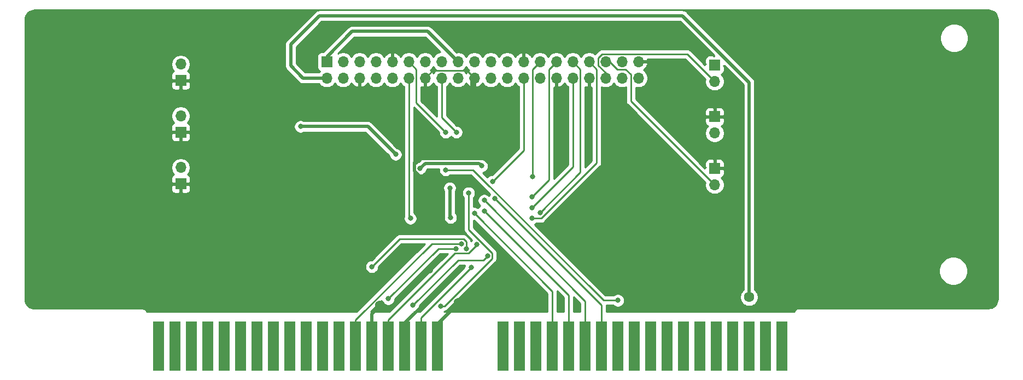
<source format=gbr>
G04 #@! TF.GenerationSoftware,KiCad,Pcbnew,5.1.9-2.fc34*
G04 #@! TF.CreationDate,2021-05-05T22:12:12+01:00*
G04 #@! TF.ProjectId,videoslotadapter,76696465-6f73-46c6-9f74-616461707465,rev?*
G04 #@! TF.SameCoordinates,Original*
G04 #@! TF.FileFunction,Copper,L2,Bot*
G04 #@! TF.FilePolarity,Positive*
%FSLAX46Y46*%
G04 Gerber Fmt 4.6, Leading zero omitted, Abs format (unit mm)*
G04 Created by KiCad (PCBNEW 5.1.9-2.fc34) date 2021-05-05 22:12:12*
%MOMM*%
%LPD*%
G01*
G04 APERTURE LIST*
G04 #@! TA.AperFunction,ComponentPad*
%ADD10O,1.700000X1.700000*%
G04 #@! TD*
G04 #@! TA.AperFunction,ComponentPad*
%ADD11R,1.700000X1.700000*%
G04 #@! TD*
G04 #@! TA.AperFunction,ConnectorPad*
%ADD12R,1.780000X7.620000*%
G04 #@! TD*
G04 #@! TA.AperFunction,ViaPad*
%ADD13C,1.600000*%
G04 #@! TD*
G04 #@! TA.AperFunction,ViaPad*
%ADD14C,0.800000*%
G04 #@! TD*
G04 #@! TA.AperFunction,Conductor*
%ADD15C,0.500000*%
G04 #@! TD*
G04 #@! TA.AperFunction,Conductor*
%ADD16C,0.250000*%
G04 #@! TD*
G04 #@! TA.AperFunction,Conductor*
%ADD17C,0.254000*%
G04 #@! TD*
G04 #@! TA.AperFunction,Conductor*
%ADD18C,0.100000*%
G04 #@! TD*
G04 APERTURE END LIST*
D10*
X199136000Y-79248000D03*
D11*
X199136000Y-76708000D03*
D10*
X116459000Y-76581000D03*
D11*
X116459000Y-79121000D03*
D10*
X199136000Y-87249000D03*
D11*
X199136000Y-84709000D03*
D10*
X116459000Y-84582000D03*
D11*
X116459000Y-87122000D03*
D10*
X187325000Y-70739000D03*
X187325000Y-68199000D03*
X184785000Y-70739000D03*
X184785000Y-68199000D03*
X182245000Y-70739000D03*
X182245000Y-68199000D03*
X179705000Y-70739000D03*
X179705000Y-68199000D03*
X177165000Y-70739000D03*
X177165000Y-68199000D03*
X174625000Y-70739000D03*
X174625000Y-68199000D03*
X172085000Y-70739000D03*
X172085000Y-68199000D03*
X169545000Y-70739000D03*
X169545000Y-68199000D03*
X167005000Y-70739000D03*
X167005000Y-68199000D03*
X164465000Y-70739000D03*
X164465000Y-68199000D03*
X161925000Y-70739000D03*
X161925000Y-68199000D03*
X159385000Y-70739000D03*
X159385000Y-68199000D03*
X156845000Y-70739000D03*
X156845000Y-68199000D03*
X154305000Y-70739000D03*
X154305000Y-68199000D03*
X151765000Y-70739000D03*
X151765000Y-68199000D03*
X149225000Y-70739000D03*
X149225000Y-68199000D03*
X146685000Y-70739000D03*
X146685000Y-68199000D03*
X144145000Y-70739000D03*
X144145000Y-68199000D03*
X141605000Y-70739000D03*
X141605000Y-68199000D03*
X139065000Y-70739000D03*
D11*
X139065000Y-68199000D03*
D12*
X209554000Y-112272000D03*
X207014000Y-112272000D03*
X204474000Y-112272000D03*
X201934000Y-112272000D03*
X199394000Y-112272000D03*
X196854000Y-112272000D03*
X194314000Y-112272000D03*
X191774000Y-112272000D03*
X189234000Y-112272000D03*
X186694000Y-112272000D03*
X184154000Y-112272000D03*
X181614000Y-112272000D03*
X179074000Y-112272000D03*
X176534000Y-112272000D03*
X173994000Y-112272000D03*
X171454000Y-112272000D03*
X168914000Y-112272000D03*
X166374000Y-112272000D03*
X156214000Y-112272000D03*
X153674000Y-112272000D03*
X151134000Y-112272000D03*
X148594000Y-112272000D03*
X146054000Y-112272000D03*
X143514000Y-112272000D03*
X140974000Y-112272000D03*
X138434000Y-112272000D03*
X135894000Y-112272000D03*
X133354000Y-112272000D03*
X130814000Y-112272000D03*
X128274000Y-112272000D03*
X125734000Y-112272000D03*
X123194000Y-112272000D03*
X120654000Y-112272000D03*
X118114000Y-112272000D03*
X115574000Y-112272000D03*
X113034000Y-112272000D03*
D10*
X199136000Y-71247000D03*
D11*
X199136000Y-68707000D03*
X116459000Y-71120000D03*
D10*
X116459000Y-68580000D03*
D13*
X130810000Y-104648000D03*
X147359496Y-105957496D03*
X143637000Y-104521000D03*
X159512000Y-105537000D03*
D14*
X157099000Y-102743000D03*
X161542990Y-78486000D03*
X154305000Y-66167000D03*
X160528000Y-86360000D03*
X164719000Y-84455000D03*
X146558000Y-82169000D03*
X146558000Y-74930000D03*
X168148000Y-75692000D03*
X164465000Y-74041000D03*
X159512000Y-88265000D03*
X159385000Y-74168000D03*
X155135153Y-100525153D03*
X160020000Y-92456000D03*
X149987000Y-79756000D03*
X186055000Y-75819000D03*
X175260000Y-105537000D03*
X177673000Y-105537000D03*
D13*
X240284000Y-103759000D03*
X240284000Y-62992000D03*
X95123000Y-63119000D03*
X95123000Y-103759000D03*
D14*
X135001000Y-78232000D03*
X149733000Y-82550000D03*
X163068000Y-84328000D03*
X153534346Y-84717654D03*
X158115000Y-87757000D03*
X158242000Y-92329000D03*
X165100000Y-89408000D03*
X161925000Y-91694000D03*
X161417000Y-100076000D03*
X161036000Y-88519000D03*
X156718000Y-106045000D03*
X163449000Y-91313000D03*
X148590000Y-104902000D03*
X159069000Y-97155000D03*
X162306000Y-96520000D03*
X152400000Y-105918000D03*
X163957000Y-98298000D03*
X163449000Y-89662000D03*
X159893000Y-96393000D03*
X146050000Y-99949000D03*
X160655000Y-97155000D03*
X170815000Y-92456000D03*
X170815000Y-90805000D03*
X172085000Y-91567000D03*
X170815000Y-89154000D03*
X170955000Y-85992000D03*
X164719000Y-86741000D03*
X159131000Y-79121000D03*
X152019000Y-92456000D03*
X157480000Y-79121000D03*
D13*
X204470000Y-104648000D03*
D14*
X157480000Y-84963000D03*
X184150000Y-105156000D03*
D15*
X146054000Y-107262992D02*
X147359496Y-105957496D01*
X146054000Y-112272000D02*
X146054000Y-107262992D01*
X156214000Y-108835000D02*
X159512000Y-105537000D01*
X156214000Y-112272000D02*
X156214000Y-108835000D01*
X151134000Y-108708000D02*
X157099000Y-102743000D01*
X151134000Y-112272000D02*
X151134000Y-108708000D01*
X161542990Y-71121010D02*
X161925000Y-70739000D01*
X161542990Y-78486000D02*
X161542990Y-71121010D01*
D16*
X155480001Y-69563999D02*
X154305000Y-70739000D01*
X160749999Y-69563999D02*
X155480001Y-69563999D01*
X161925000Y-70739000D02*
X160749999Y-69563999D01*
D15*
X164719000Y-79121000D02*
X168148000Y-75692000D01*
X164719000Y-84455000D02*
X164719000Y-79121000D01*
X160528000Y-87249000D02*
X159512000Y-88265000D01*
X160528000Y-86360000D02*
X160528000Y-87249000D01*
X159512000Y-91948000D02*
X160020000Y-92456000D01*
X159512000Y-88265000D02*
X159512000Y-91948000D01*
X153918690Y-86360000D02*
X160528000Y-86360000D01*
X152684345Y-85125655D02*
X153918690Y-86360000D01*
X152684345Y-83789655D02*
X152684345Y-85125655D01*
X163491991Y-83227991D02*
X153246009Y-83227991D01*
X153246009Y-83227991D02*
X152684345Y-83789655D01*
X164719000Y-84455000D02*
X163491991Y-83227991D01*
X135001000Y-78232000D02*
X145415000Y-78232000D01*
X145415000Y-78232000D02*
X149733000Y-82550000D01*
X154323999Y-83928001D02*
X153534346Y-84717654D01*
X162668001Y-83928001D02*
X154323999Y-83928001D01*
X163068000Y-84328000D02*
X162668001Y-83928001D01*
X158115000Y-92202000D02*
X158242000Y-92329000D01*
X158115000Y-87757000D02*
X158115000Y-92202000D01*
X139065000Y-68199000D02*
X139065000Y-67437000D01*
X139065000Y-67437000D02*
X143002000Y-63500000D01*
X154686000Y-63500000D02*
X159385000Y-68199000D01*
X143002000Y-63500000D02*
X154686000Y-63500000D01*
D16*
X181614000Y-105922000D02*
X181614000Y-112272000D01*
X165100000Y-89408000D02*
X181614000Y-105922000D01*
X173994000Y-103763000D02*
X173994000Y-112272000D01*
X161925000Y-91694000D02*
X173994000Y-103763000D01*
X153674000Y-107819000D02*
X161417000Y-100076000D01*
X153674000Y-112272000D02*
X153674000Y-107819000D01*
X157283002Y-106045000D02*
X156718000Y-106045000D01*
X164682001Y-98646001D02*
X157283002Y-106045000D01*
X164682001Y-97822999D02*
X164682001Y-98646001D01*
X161036000Y-94176998D02*
X164682001Y-97822999D01*
X161036000Y-88519000D02*
X161036000Y-94176998D01*
X176534000Y-104398000D02*
X176534000Y-112272000D01*
X163449000Y-91313000D02*
X176534000Y-104398000D01*
X156337000Y-97155000D02*
X159069000Y-97155000D01*
X148590000Y-104902000D02*
X156337000Y-97155000D01*
X162306000Y-96577002D02*
X162306000Y-96520000D01*
X161003001Y-97880001D02*
X162306000Y-96577002D01*
X158925999Y-97880001D02*
X161003001Y-97880001D01*
X148594000Y-108212000D02*
X158925999Y-97880001D01*
X148594000Y-112272000D02*
X148594000Y-108212000D01*
X152400000Y-105918000D02*
X159385000Y-98933000D01*
X163322000Y-98933000D02*
X163957000Y-98298000D01*
X159385000Y-98933000D02*
X163322000Y-98933000D01*
X179074000Y-105287000D02*
X179074000Y-112272000D01*
X163449000Y-89662000D02*
X179074000Y-105287000D01*
X155333000Y-96393000D02*
X159893000Y-96393000D01*
X143514000Y-108212000D02*
X155333000Y-96393000D01*
X143514000Y-112272000D02*
X143514000Y-108212000D01*
X160241001Y-95667999D02*
X160655000Y-96081998D01*
X150331001Y-95667999D02*
X160241001Y-95667999D01*
X160655000Y-96081998D02*
X160655000Y-97155000D01*
X146050000Y-99949000D02*
X150331001Y-95667999D01*
X194912999Y-67023999D02*
X199136000Y-71247000D01*
X181069999Y-68763001D02*
X181069999Y-67634999D01*
X181680999Y-67023999D02*
X194912999Y-67023999D01*
X181069999Y-67634999D02*
X181680999Y-67023999D01*
X182245000Y-69938002D02*
X181069999Y-68763001D01*
X182245000Y-70739000D02*
X182245000Y-69938002D01*
X182881410Y-68199000D02*
X182245000Y-68199000D01*
X184056411Y-69374001D02*
X182881410Y-68199000D01*
X185349001Y-69374001D02*
X184056411Y-69374001D01*
X186149999Y-70174999D02*
X185349001Y-69374001D01*
X186149999Y-74262999D02*
X186149999Y-70174999D01*
X199136000Y-87249000D02*
X186149999Y-74262999D01*
X172269002Y-92456000D02*
X170815000Y-92456000D01*
X180880001Y-83845001D02*
X172269002Y-92456000D01*
X180880001Y-69374001D02*
X180880001Y-83845001D01*
X179705000Y-68199000D02*
X180880001Y-69374001D01*
X177165000Y-84455000D02*
X170815000Y-90805000D01*
X177165000Y-70739000D02*
X177165000Y-84455000D01*
X178340001Y-85311999D02*
X172085000Y-91567000D01*
X178340001Y-69374001D02*
X178340001Y-85311999D01*
X177165000Y-68199000D02*
X178340001Y-69374001D01*
X173449999Y-86519001D02*
X170815000Y-89154000D01*
X173449999Y-69374001D02*
X173449999Y-86519001D01*
X174625000Y-68199000D02*
X173449999Y-69374001D01*
X170909999Y-85946999D02*
X170955000Y-85992000D01*
X170909999Y-69374001D02*
X170909999Y-85946999D01*
X172085000Y-68199000D02*
X170909999Y-69374001D01*
X169545000Y-81915000D02*
X169545000Y-70739000D01*
X164719000Y-86741000D02*
X169545000Y-81915000D01*
X156845000Y-76835000D02*
X159131000Y-79121000D01*
X156845000Y-70739000D02*
X156845000Y-76835000D01*
X151765000Y-92202000D02*
X152019000Y-92456000D01*
X151765000Y-70739000D02*
X151765000Y-92202000D01*
X152940001Y-74581001D02*
X157480000Y-79121000D01*
X152940001Y-69374001D02*
X152940001Y-74581001D01*
X151765000Y-68199000D02*
X152940001Y-69374001D01*
D15*
X204470000Y-71403998D02*
X194153002Y-61087000D01*
X204470000Y-104648000D02*
X204470000Y-71403998D01*
X194153002Y-61087000D02*
X137922000Y-61087000D01*
X137922000Y-61087000D02*
X133477000Y-65532000D01*
X133477000Y-65532000D02*
X133477000Y-68834000D01*
X135382000Y-70739000D02*
X139065000Y-70739000D01*
X133477000Y-68834000D02*
X135382000Y-70739000D01*
D16*
X181921002Y-105156000D02*
X184150000Y-105156000D01*
X161728002Y-84963000D02*
X181921002Y-105156000D01*
X157480000Y-84963000D02*
X161728002Y-84963000D01*
D17*
X241486245Y-60184099D02*
X241801762Y-60215035D01*
X242071852Y-60296580D01*
X242320962Y-60429035D01*
X242539595Y-60607347D01*
X242719434Y-60824736D01*
X242853621Y-61072909D01*
X242937049Y-61342421D01*
X242969978Y-61655727D01*
X242964904Y-104897717D01*
X242933965Y-105213262D01*
X242852419Y-105483354D01*
X242719967Y-105732459D01*
X242541652Y-105951096D01*
X242324267Y-106130932D01*
X242076091Y-106265121D01*
X241806579Y-106348549D01*
X241493255Y-106381480D01*
X212173137Y-106381480D01*
X212138260Y-106378045D01*
X212103383Y-106381480D01*
X212100843Y-106381480D01*
X211996536Y-106391753D01*
X211862700Y-106432352D01*
X211739357Y-106498280D01*
X211631245Y-106587005D01*
X211542520Y-106695117D01*
X211476592Y-106818460D01*
X211441543Y-106934000D01*
X182374000Y-106934000D01*
X182374000Y-105959325D01*
X182377676Y-105922000D01*
X182377085Y-105916000D01*
X183446289Y-105916000D01*
X183490226Y-105959937D01*
X183659744Y-106073205D01*
X183848102Y-106151226D01*
X184048061Y-106191000D01*
X184251939Y-106191000D01*
X184451898Y-106151226D01*
X184640256Y-106073205D01*
X184809774Y-105959937D01*
X184953937Y-105815774D01*
X185067205Y-105646256D01*
X185145226Y-105457898D01*
X185185000Y-105257939D01*
X185185000Y-105054061D01*
X185145226Y-104854102D01*
X185067205Y-104665744D01*
X184953937Y-104496226D01*
X184809774Y-104352063D01*
X184640256Y-104238795D01*
X184451898Y-104160774D01*
X184251939Y-104121000D01*
X184048061Y-104121000D01*
X183848102Y-104160774D01*
X183659744Y-104238795D01*
X183490226Y-104352063D01*
X183446289Y-104396000D01*
X182235805Y-104396000D01*
X171240028Y-93400224D01*
X171305256Y-93373205D01*
X171474774Y-93259937D01*
X171518711Y-93216000D01*
X172231680Y-93216000D01*
X172269002Y-93219676D01*
X172306324Y-93216000D01*
X172306335Y-93216000D01*
X172417988Y-93205003D01*
X172561249Y-93161546D01*
X172693278Y-93090974D01*
X172809003Y-92996001D01*
X172832806Y-92966997D01*
X181391004Y-84408800D01*
X181420002Y-84385002D01*
X181514975Y-84269277D01*
X181585547Y-84137248D01*
X181629004Y-83993987D01*
X181640001Y-83882334D01*
X181643678Y-83845001D01*
X181640001Y-83807668D01*
X181640001Y-72095753D01*
X181811842Y-72166932D01*
X182098740Y-72224000D01*
X182391260Y-72224000D01*
X182678158Y-72166932D01*
X182948411Y-72054990D01*
X183191632Y-71892475D01*
X183398475Y-71685632D01*
X183515000Y-71511240D01*
X183631525Y-71685632D01*
X183838368Y-71892475D01*
X184081589Y-72054990D01*
X184351842Y-72166932D01*
X184638740Y-72224000D01*
X184931260Y-72224000D01*
X185218158Y-72166932D01*
X185390000Y-72095753D01*
X185389999Y-74225676D01*
X185386323Y-74262999D01*
X185389999Y-74300321D01*
X185389999Y-74300331D01*
X185400996Y-74411984D01*
X185407073Y-74432016D01*
X185444453Y-74555245D01*
X185515025Y-74687275D01*
X185550078Y-74729987D01*
X185609998Y-74803000D01*
X185639002Y-74826803D01*
X197694790Y-86882592D01*
X197651000Y-87102740D01*
X197651000Y-87395260D01*
X197708068Y-87682158D01*
X197820010Y-87952411D01*
X197982525Y-88195632D01*
X198189368Y-88402475D01*
X198432589Y-88564990D01*
X198702842Y-88676932D01*
X198989740Y-88734000D01*
X199282260Y-88734000D01*
X199569158Y-88676932D01*
X199839411Y-88564990D01*
X200082632Y-88402475D01*
X200289475Y-88195632D01*
X200451990Y-87952411D01*
X200563932Y-87682158D01*
X200621000Y-87395260D01*
X200621000Y-87102740D01*
X200563932Y-86815842D01*
X200451990Y-86545589D01*
X200289475Y-86302368D01*
X200157620Y-86170513D01*
X200230180Y-86148502D01*
X200340494Y-86089537D01*
X200437185Y-86010185D01*
X200516537Y-85913494D01*
X200575502Y-85803180D01*
X200611812Y-85683482D01*
X200624072Y-85559000D01*
X200621000Y-84994750D01*
X200462250Y-84836000D01*
X199263000Y-84836000D01*
X199263000Y-84856000D01*
X199009000Y-84856000D01*
X199009000Y-84836000D01*
X198989000Y-84836000D01*
X198989000Y-84582000D01*
X199009000Y-84582000D01*
X199009000Y-83382750D01*
X199263000Y-83382750D01*
X199263000Y-84582000D01*
X200462250Y-84582000D01*
X200621000Y-84423250D01*
X200624072Y-83859000D01*
X200611812Y-83734518D01*
X200575502Y-83614820D01*
X200516537Y-83504506D01*
X200437185Y-83407815D01*
X200340494Y-83328463D01*
X200230180Y-83269498D01*
X200110482Y-83233188D01*
X199986000Y-83220928D01*
X199421750Y-83224000D01*
X199263000Y-83382750D01*
X199009000Y-83382750D01*
X198850250Y-83224000D01*
X198286000Y-83220928D01*
X198161518Y-83233188D01*
X198041820Y-83269498D01*
X197931506Y-83328463D01*
X197834815Y-83407815D01*
X197755463Y-83504506D01*
X197696498Y-83614820D01*
X197660188Y-83734518D01*
X197647928Y-83859000D01*
X197651000Y-84423250D01*
X197809748Y-84581998D01*
X197651000Y-84581998D01*
X197651000Y-84689198D01*
X190519802Y-77558000D01*
X197647928Y-77558000D01*
X197660188Y-77682482D01*
X197696498Y-77802180D01*
X197755463Y-77912494D01*
X197834815Y-78009185D01*
X197931506Y-78088537D01*
X198041820Y-78147502D01*
X198114380Y-78169513D01*
X197982525Y-78301368D01*
X197820010Y-78544589D01*
X197708068Y-78814842D01*
X197651000Y-79101740D01*
X197651000Y-79394260D01*
X197708068Y-79681158D01*
X197820010Y-79951411D01*
X197982525Y-80194632D01*
X198189368Y-80401475D01*
X198432589Y-80563990D01*
X198702842Y-80675932D01*
X198989740Y-80733000D01*
X199282260Y-80733000D01*
X199569158Y-80675932D01*
X199839411Y-80563990D01*
X200082632Y-80401475D01*
X200289475Y-80194632D01*
X200451990Y-79951411D01*
X200563932Y-79681158D01*
X200621000Y-79394260D01*
X200621000Y-79101740D01*
X200563932Y-78814842D01*
X200451990Y-78544589D01*
X200289475Y-78301368D01*
X200157620Y-78169513D01*
X200230180Y-78147502D01*
X200340494Y-78088537D01*
X200437185Y-78009185D01*
X200516537Y-77912494D01*
X200575502Y-77802180D01*
X200611812Y-77682482D01*
X200624072Y-77558000D01*
X200621000Y-76993750D01*
X200462250Y-76835000D01*
X199263000Y-76835000D01*
X199263000Y-76855000D01*
X199009000Y-76855000D01*
X199009000Y-76835000D01*
X197809750Y-76835000D01*
X197651000Y-76993750D01*
X197647928Y-77558000D01*
X190519802Y-77558000D01*
X188819802Y-75858000D01*
X197647928Y-75858000D01*
X197651000Y-76422250D01*
X197809750Y-76581000D01*
X199009000Y-76581000D01*
X199009000Y-75381750D01*
X199263000Y-75381750D01*
X199263000Y-76581000D01*
X200462250Y-76581000D01*
X200621000Y-76422250D01*
X200624072Y-75858000D01*
X200611812Y-75733518D01*
X200575502Y-75613820D01*
X200516537Y-75503506D01*
X200437185Y-75406815D01*
X200340494Y-75327463D01*
X200230180Y-75268498D01*
X200110482Y-75232188D01*
X199986000Y-75219928D01*
X199421750Y-75223000D01*
X199263000Y-75381750D01*
X199009000Y-75381750D01*
X198850250Y-75223000D01*
X198286000Y-75219928D01*
X198161518Y-75232188D01*
X198041820Y-75268498D01*
X197931506Y-75327463D01*
X197834815Y-75406815D01*
X197755463Y-75503506D01*
X197696498Y-75613820D01*
X197660188Y-75733518D01*
X197647928Y-75858000D01*
X188819802Y-75858000D01*
X186909999Y-73948198D01*
X186909999Y-72170544D01*
X187178740Y-72224000D01*
X187471260Y-72224000D01*
X187758158Y-72166932D01*
X188028411Y-72054990D01*
X188271632Y-71892475D01*
X188478475Y-71685632D01*
X188640990Y-71442411D01*
X188752932Y-71172158D01*
X188810000Y-70885260D01*
X188810000Y-70592740D01*
X188752932Y-70305842D01*
X188640990Y-70035589D01*
X188478475Y-69792368D01*
X188271632Y-69585525D01*
X188095594Y-69467900D01*
X188325269Y-69296588D01*
X188520178Y-69080355D01*
X188669157Y-68830252D01*
X188766481Y-68555891D01*
X188645814Y-68326000D01*
X187452000Y-68326000D01*
X187452000Y-68346000D01*
X187198000Y-68346000D01*
X187198000Y-68326000D01*
X187178000Y-68326000D01*
X187178000Y-68072000D01*
X187198000Y-68072000D01*
X187198000Y-68052000D01*
X187452000Y-68052000D01*
X187452000Y-68072000D01*
X188645814Y-68072000D01*
X188766481Y-67842109D01*
X188745868Y-67783999D01*
X194598198Y-67783999D01*
X197694790Y-70880592D01*
X197651000Y-71100740D01*
X197651000Y-71393260D01*
X197708068Y-71680158D01*
X197820010Y-71950411D01*
X197982525Y-72193632D01*
X198189368Y-72400475D01*
X198432589Y-72562990D01*
X198702842Y-72674932D01*
X198989740Y-72732000D01*
X199282260Y-72732000D01*
X199569158Y-72674932D01*
X199839411Y-72562990D01*
X200082632Y-72400475D01*
X200289475Y-72193632D01*
X200451990Y-71950411D01*
X200563932Y-71680158D01*
X200621000Y-71393260D01*
X200621000Y-71100740D01*
X200563932Y-70813842D01*
X200451990Y-70543589D01*
X200289475Y-70300368D01*
X200157620Y-70168513D01*
X200230180Y-70146502D01*
X200340494Y-70087537D01*
X200437185Y-70008185D01*
X200516537Y-69911494D01*
X200575502Y-69801180D01*
X200611812Y-69681482D01*
X200624072Y-69557000D01*
X200621000Y-68992750D01*
X200462252Y-68834002D01*
X200621000Y-68834002D01*
X200621000Y-68806577D01*
X203585001Y-71770578D01*
X203585000Y-103513479D01*
X203555241Y-103533363D01*
X203355363Y-103733241D01*
X203198320Y-103968273D01*
X203090147Y-104229426D01*
X203035000Y-104506665D01*
X203035000Y-104789335D01*
X203090147Y-105066574D01*
X203198320Y-105327727D01*
X203355363Y-105562759D01*
X203555241Y-105762637D01*
X203790273Y-105919680D01*
X204051426Y-106027853D01*
X204328665Y-106083000D01*
X204611335Y-106083000D01*
X204888574Y-106027853D01*
X205149727Y-105919680D01*
X205384759Y-105762637D01*
X205584637Y-105562759D01*
X205741680Y-105327727D01*
X205849853Y-105066574D01*
X205905000Y-104789335D01*
X205905000Y-104506665D01*
X205849853Y-104229426D01*
X205741680Y-103968273D01*
X205584637Y-103733241D01*
X205384759Y-103533363D01*
X205355000Y-103513479D01*
X205355000Y-100363872D01*
X233858000Y-100363872D01*
X233858000Y-100804128D01*
X233943890Y-101235925D01*
X234112369Y-101642669D01*
X234356962Y-102008729D01*
X234668271Y-102320038D01*
X235034331Y-102564631D01*
X235441075Y-102733110D01*
X235872872Y-102819000D01*
X236313128Y-102819000D01*
X236744925Y-102733110D01*
X237151669Y-102564631D01*
X237517729Y-102320038D01*
X237829038Y-102008729D01*
X238073631Y-101642669D01*
X238242110Y-101235925D01*
X238328000Y-100804128D01*
X238328000Y-100363872D01*
X238242110Y-99932075D01*
X238073631Y-99525331D01*
X237829038Y-99159271D01*
X237517729Y-98847962D01*
X237151669Y-98603369D01*
X236744925Y-98434890D01*
X236313128Y-98349000D01*
X235872872Y-98349000D01*
X235441075Y-98434890D01*
X235034331Y-98603369D01*
X234668271Y-98847962D01*
X234356962Y-99159271D01*
X234112369Y-99525331D01*
X233943890Y-99932075D01*
X233858000Y-100363872D01*
X205355000Y-100363872D01*
X205355000Y-71447463D01*
X205359281Y-71403997D01*
X205355000Y-71360531D01*
X205355000Y-71360521D01*
X205342195Y-71230508D01*
X205291589Y-71063685D01*
X205209411Y-70909939D01*
X205130546Y-70813842D01*
X205126532Y-70808951D01*
X205126530Y-70808949D01*
X205098817Y-70775181D01*
X205065049Y-70747468D01*
X198613453Y-64295872D01*
X233985000Y-64295872D01*
X233985000Y-64736128D01*
X234070890Y-65167925D01*
X234239369Y-65574669D01*
X234483962Y-65940729D01*
X234795271Y-66252038D01*
X235161331Y-66496631D01*
X235568075Y-66665110D01*
X235999872Y-66751000D01*
X236440128Y-66751000D01*
X236871925Y-66665110D01*
X237278669Y-66496631D01*
X237644729Y-66252038D01*
X237956038Y-65940729D01*
X238200631Y-65574669D01*
X238369110Y-65167925D01*
X238455000Y-64736128D01*
X238455000Y-64295872D01*
X238369110Y-63864075D01*
X238200631Y-63457331D01*
X237956038Y-63091271D01*
X237644729Y-62779962D01*
X237278669Y-62535369D01*
X236871925Y-62366890D01*
X236440128Y-62281000D01*
X235999872Y-62281000D01*
X235568075Y-62366890D01*
X235161331Y-62535369D01*
X234795271Y-62779962D01*
X234483962Y-63091271D01*
X234239369Y-63457331D01*
X234070890Y-63864075D01*
X233985000Y-64295872D01*
X198613453Y-64295872D01*
X194809536Y-60491956D01*
X194781819Y-60458183D01*
X194647061Y-60347589D01*
X194493315Y-60265411D01*
X194326492Y-60214805D01*
X194196479Y-60202000D01*
X194196471Y-60202000D01*
X194153002Y-60197719D01*
X194109533Y-60202000D01*
X137965465Y-60202000D01*
X137921999Y-60197719D01*
X137878533Y-60202000D01*
X137878523Y-60202000D01*
X137748510Y-60214805D01*
X137581687Y-60265411D01*
X137427941Y-60347589D01*
X137423067Y-60351589D01*
X137326953Y-60430468D01*
X137326951Y-60430470D01*
X137293183Y-60458183D01*
X137265470Y-60491951D01*
X132881956Y-64875466D01*
X132848183Y-64903183D01*
X132737589Y-65037942D01*
X132655411Y-65191688D01*
X132604805Y-65358511D01*
X132592000Y-65488524D01*
X132592000Y-65488531D01*
X132587719Y-65532000D01*
X132592000Y-65575469D01*
X132592001Y-68790521D01*
X132587719Y-68834000D01*
X132604805Y-69007490D01*
X132655412Y-69174313D01*
X132737590Y-69328059D01*
X132820468Y-69429046D01*
X132820471Y-69429049D01*
X132848184Y-69462817D01*
X132881951Y-69490529D01*
X134725470Y-71334049D01*
X134753183Y-71367817D01*
X134786951Y-71395530D01*
X134786953Y-71395532D01*
X134797268Y-71403997D01*
X134887941Y-71478411D01*
X135041687Y-71560589D01*
X135208510Y-71611195D01*
X135338523Y-71624000D01*
X135338531Y-71624000D01*
X135382000Y-71628281D01*
X135425469Y-71624000D01*
X137870344Y-71624000D01*
X137911525Y-71685632D01*
X138118368Y-71892475D01*
X138361589Y-72054990D01*
X138631842Y-72166932D01*
X138918740Y-72224000D01*
X139211260Y-72224000D01*
X139498158Y-72166932D01*
X139768411Y-72054990D01*
X140011632Y-71892475D01*
X140218475Y-71685632D01*
X140335000Y-71511240D01*
X140451525Y-71685632D01*
X140658368Y-71892475D01*
X140901589Y-72054990D01*
X141171842Y-72166932D01*
X141458740Y-72224000D01*
X141751260Y-72224000D01*
X142038158Y-72166932D01*
X142308411Y-72054990D01*
X142551632Y-71892475D01*
X142758475Y-71685632D01*
X142880195Y-71503466D01*
X142949822Y-71620355D01*
X143144731Y-71836588D01*
X143378080Y-72010641D01*
X143640901Y-72135825D01*
X143788110Y-72180476D01*
X144018000Y-72059155D01*
X144018000Y-70866000D01*
X143998000Y-70866000D01*
X143998000Y-70612000D01*
X144018000Y-70612000D01*
X144018000Y-70592000D01*
X144272000Y-70592000D01*
X144272000Y-70612000D01*
X144292000Y-70612000D01*
X144292000Y-70866000D01*
X144272000Y-70866000D01*
X144272000Y-72059155D01*
X144501890Y-72180476D01*
X144649099Y-72135825D01*
X144911920Y-72010641D01*
X145145269Y-71836588D01*
X145340178Y-71620355D01*
X145409805Y-71503466D01*
X145531525Y-71685632D01*
X145738368Y-71892475D01*
X145981589Y-72054990D01*
X146251842Y-72166932D01*
X146538740Y-72224000D01*
X146831260Y-72224000D01*
X147118158Y-72166932D01*
X147388411Y-72054990D01*
X147631632Y-71892475D01*
X147838475Y-71685632D01*
X147955000Y-71511240D01*
X148071525Y-71685632D01*
X148278368Y-71892475D01*
X148521589Y-72054990D01*
X148791842Y-72166932D01*
X149078740Y-72224000D01*
X149371260Y-72224000D01*
X149658158Y-72166932D01*
X149928411Y-72054990D01*
X150171632Y-71892475D01*
X150378475Y-71685632D01*
X150495000Y-71511240D01*
X150611525Y-71685632D01*
X150818368Y-71892475D01*
X151005000Y-72017178D01*
X151005001Y-92164667D01*
X151001324Y-92202000D01*
X151005001Y-92239333D01*
X151005604Y-92245451D01*
X150984000Y-92354061D01*
X150984000Y-92557939D01*
X151023774Y-92757898D01*
X151101795Y-92946256D01*
X151215063Y-93115774D01*
X151359226Y-93259937D01*
X151528744Y-93373205D01*
X151717102Y-93451226D01*
X151917061Y-93491000D01*
X152120939Y-93491000D01*
X152320898Y-93451226D01*
X152509256Y-93373205D01*
X152678774Y-93259937D01*
X152822937Y-93115774D01*
X152936205Y-92946256D01*
X153014226Y-92757898D01*
X153054000Y-92557939D01*
X153054000Y-92354061D01*
X153014226Y-92154102D01*
X152936205Y-91965744D01*
X152822937Y-91796226D01*
X152678774Y-91652063D01*
X152525000Y-91549315D01*
X152525000Y-87655061D01*
X157080000Y-87655061D01*
X157080000Y-87858939D01*
X157119774Y-88058898D01*
X157197795Y-88247256D01*
X157230000Y-88295455D01*
X157230001Y-92111426D01*
X157207000Y-92227061D01*
X157207000Y-92430939D01*
X157246774Y-92630898D01*
X157324795Y-92819256D01*
X157438063Y-92988774D01*
X157582226Y-93132937D01*
X157751744Y-93246205D01*
X157940102Y-93324226D01*
X158140061Y-93364000D01*
X158343939Y-93364000D01*
X158543898Y-93324226D01*
X158732256Y-93246205D01*
X158901774Y-93132937D01*
X159045937Y-92988774D01*
X159159205Y-92819256D01*
X159237226Y-92630898D01*
X159277000Y-92430939D01*
X159277000Y-92227061D01*
X159237226Y-92027102D01*
X159159205Y-91838744D01*
X159045937Y-91669226D01*
X159000000Y-91623289D01*
X159000000Y-88295454D01*
X159032205Y-88247256D01*
X159110226Y-88058898D01*
X159150000Y-87858939D01*
X159150000Y-87655061D01*
X159110226Y-87455102D01*
X159032205Y-87266744D01*
X158918937Y-87097226D01*
X158774774Y-86953063D01*
X158605256Y-86839795D01*
X158416898Y-86761774D01*
X158216939Y-86722000D01*
X158013061Y-86722000D01*
X157813102Y-86761774D01*
X157624744Y-86839795D01*
X157455226Y-86953063D01*
X157311063Y-87097226D01*
X157197795Y-87266744D01*
X157119774Y-87455102D01*
X157080000Y-87655061D01*
X152525000Y-87655061D01*
X152525000Y-84948565D01*
X152539120Y-85019552D01*
X152617141Y-85207910D01*
X152730409Y-85377428D01*
X152874572Y-85521591D01*
X153044090Y-85634859D01*
X153232448Y-85712880D01*
X153432407Y-85752654D01*
X153636285Y-85752654D01*
X153836244Y-85712880D01*
X154024602Y-85634859D01*
X154194120Y-85521591D01*
X154338283Y-85377428D01*
X154451551Y-85207910D01*
X154529572Y-85019552D01*
X154540881Y-84962698D01*
X154690578Y-84813001D01*
X156454560Y-84813001D01*
X156445000Y-84861061D01*
X156445000Y-85064939D01*
X156484774Y-85264898D01*
X156562795Y-85453256D01*
X156676063Y-85622774D01*
X156820226Y-85766937D01*
X156989744Y-85880205D01*
X157178102Y-85958226D01*
X157378061Y-85998000D01*
X157581939Y-85998000D01*
X157781898Y-85958226D01*
X157970256Y-85880205D01*
X158139774Y-85766937D01*
X158183711Y-85723000D01*
X161413201Y-85723000D01*
X164367245Y-88677044D01*
X164296063Y-88748226D01*
X164182795Y-88917744D01*
X164178595Y-88927884D01*
X164108774Y-88858063D01*
X163939256Y-88744795D01*
X163750898Y-88666774D01*
X163550939Y-88627000D01*
X163347061Y-88627000D01*
X163147102Y-88666774D01*
X162958744Y-88744795D01*
X162789226Y-88858063D01*
X162645063Y-89002226D01*
X162531795Y-89171744D01*
X162453774Y-89360102D01*
X162414000Y-89560061D01*
X162414000Y-89763939D01*
X162453774Y-89963898D01*
X162531795Y-90152256D01*
X162645063Y-90321774D01*
X162789226Y-90465937D01*
X162821497Y-90487500D01*
X162789226Y-90509063D01*
X162645063Y-90653226D01*
X162531795Y-90822744D01*
X162521439Y-90847744D01*
X162415256Y-90776795D01*
X162226898Y-90698774D01*
X162026939Y-90659000D01*
X161823061Y-90659000D01*
X161796000Y-90664383D01*
X161796000Y-89222711D01*
X161839937Y-89178774D01*
X161953205Y-89009256D01*
X162031226Y-88820898D01*
X162071000Y-88620939D01*
X162071000Y-88417061D01*
X162031226Y-88217102D01*
X161953205Y-88028744D01*
X161839937Y-87859226D01*
X161695774Y-87715063D01*
X161526256Y-87601795D01*
X161337898Y-87523774D01*
X161137939Y-87484000D01*
X160934061Y-87484000D01*
X160734102Y-87523774D01*
X160545744Y-87601795D01*
X160376226Y-87715063D01*
X160232063Y-87859226D01*
X160118795Y-88028744D01*
X160040774Y-88217102D01*
X160001000Y-88417061D01*
X160001000Y-88620939D01*
X160040774Y-88820898D01*
X160118795Y-89009256D01*
X160232063Y-89178774D01*
X160276000Y-89222711D01*
X160276001Y-94139666D01*
X160272324Y-94176998D01*
X160286998Y-94325983D01*
X160330454Y-94469244D01*
X160401026Y-94601274D01*
X160472201Y-94688000D01*
X160496000Y-94716999D01*
X160524998Y-94740797D01*
X161573245Y-95789044D01*
X161502063Y-95860226D01*
X161410353Y-95997481D01*
X161404003Y-95933012D01*
X161360546Y-95789751D01*
X161289974Y-95657722D01*
X161195001Y-95541997D01*
X161165998Y-95518195D01*
X160804805Y-95157002D01*
X160781002Y-95127998D01*
X160665277Y-95033025D01*
X160533248Y-94962453D01*
X160389987Y-94918996D01*
X160278334Y-94907999D01*
X160278323Y-94907999D01*
X160241001Y-94904323D01*
X160203679Y-94907999D01*
X150368326Y-94907999D01*
X150331001Y-94904323D01*
X150293676Y-94907999D01*
X150293668Y-94907999D01*
X150182015Y-94918996D01*
X150038754Y-94962453D01*
X149906725Y-95033025D01*
X149791000Y-95127998D01*
X149767202Y-95156996D01*
X146010199Y-98914000D01*
X145948061Y-98914000D01*
X145748102Y-98953774D01*
X145559744Y-99031795D01*
X145390226Y-99145063D01*
X145246063Y-99289226D01*
X145132795Y-99458744D01*
X145054774Y-99647102D01*
X145015000Y-99847061D01*
X145015000Y-100050939D01*
X145054774Y-100250898D01*
X145132795Y-100439256D01*
X145246063Y-100608774D01*
X145390226Y-100752937D01*
X145559744Y-100866205D01*
X145748102Y-100944226D01*
X145948061Y-100984000D01*
X146151939Y-100984000D01*
X146351898Y-100944226D01*
X146540256Y-100866205D01*
X146709774Y-100752937D01*
X146853937Y-100608774D01*
X146967205Y-100439256D01*
X147045226Y-100250898D01*
X147085000Y-100050939D01*
X147085000Y-99988801D01*
X150645803Y-96427999D01*
X154223199Y-96427999D01*
X143717199Y-106934000D01*
X111224418Y-106934000D01*
X111224141Y-106933086D01*
X111202468Y-106861640D01*
X111202441Y-106861590D01*
X111202426Y-106861540D01*
X111171407Y-106803529D01*
X111136540Y-106738297D01*
X111136503Y-106738252D01*
X111136479Y-106738207D01*
X111093355Y-106685676D01*
X111047815Y-106630185D01*
X111047770Y-106630148D01*
X111047738Y-106630109D01*
X110997360Y-106588778D01*
X110939703Y-106541460D01*
X110939652Y-106541433D01*
X110939612Y-106541400D01*
X110882054Y-106510646D01*
X110816360Y-106475532D01*
X110816304Y-106475515D01*
X110816259Y-106475491D01*
X110752701Y-106456221D01*
X110682524Y-106434933D01*
X110682468Y-106434927D01*
X110682417Y-106434912D01*
X110615136Y-106428296D01*
X110543340Y-106421225D01*
X110508406Y-106424666D01*
X93857194Y-106427195D01*
X93541738Y-106396265D01*
X93271646Y-106314719D01*
X93022541Y-106182267D01*
X92803904Y-106003952D01*
X92624068Y-105786567D01*
X92489879Y-105538391D01*
X92406451Y-105268879D01*
X92373522Y-104955572D01*
X92375512Y-87972000D01*
X114970928Y-87972000D01*
X114983188Y-88096482D01*
X115019498Y-88216180D01*
X115078463Y-88326494D01*
X115157815Y-88423185D01*
X115254506Y-88502537D01*
X115364820Y-88561502D01*
X115484518Y-88597812D01*
X115609000Y-88610072D01*
X116173250Y-88607000D01*
X116332000Y-88448250D01*
X116332000Y-87249000D01*
X116586000Y-87249000D01*
X116586000Y-88448250D01*
X116744750Y-88607000D01*
X117309000Y-88610072D01*
X117433482Y-88597812D01*
X117553180Y-88561502D01*
X117663494Y-88502537D01*
X117760185Y-88423185D01*
X117839537Y-88326494D01*
X117898502Y-88216180D01*
X117934812Y-88096482D01*
X117947072Y-87972000D01*
X117944000Y-87407750D01*
X117785250Y-87249000D01*
X116586000Y-87249000D01*
X116332000Y-87249000D01*
X115132750Y-87249000D01*
X114974000Y-87407750D01*
X114970928Y-87972000D01*
X92375512Y-87972000D01*
X92375711Y-86272000D01*
X114970928Y-86272000D01*
X114974000Y-86836250D01*
X115132750Y-86995000D01*
X116332000Y-86995000D01*
X116332000Y-86975000D01*
X116586000Y-86975000D01*
X116586000Y-86995000D01*
X117785250Y-86995000D01*
X117944000Y-86836250D01*
X117947072Y-86272000D01*
X117934812Y-86147518D01*
X117898502Y-86027820D01*
X117839537Y-85917506D01*
X117760185Y-85820815D01*
X117663494Y-85741463D01*
X117553180Y-85682498D01*
X117480620Y-85660487D01*
X117612475Y-85528632D01*
X117774990Y-85285411D01*
X117886932Y-85015158D01*
X117944000Y-84728260D01*
X117944000Y-84435740D01*
X117886932Y-84148842D01*
X117774990Y-83878589D01*
X117612475Y-83635368D01*
X117405632Y-83428525D01*
X117162411Y-83266010D01*
X116892158Y-83154068D01*
X116605260Y-83097000D01*
X116312740Y-83097000D01*
X116025842Y-83154068D01*
X115755589Y-83266010D01*
X115512368Y-83428525D01*
X115305525Y-83635368D01*
X115143010Y-83878589D01*
X115031068Y-84148842D01*
X114974000Y-84435740D01*
X114974000Y-84728260D01*
X115031068Y-85015158D01*
X115143010Y-85285411D01*
X115305525Y-85528632D01*
X115437380Y-85660487D01*
X115364820Y-85682498D01*
X115254506Y-85741463D01*
X115157815Y-85820815D01*
X115078463Y-85917506D01*
X115019498Y-86027820D01*
X114983188Y-86147518D01*
X114970928Y-86272000D01*
X92375711Y-86272000D01*
X92376449Y-79971000D01*
X114970928Y-79971000D01*
X114983188Y-80095482D01*
X115019498Y-80215180D01*
X115078463Y-80325494D01*
X115157815Y-80422185D01*
X115254506Y-80501537D01*
X115364820Y-80560502D01*
X115484518Y-80596812D01*
X115609000Y-80609072D01*
X116173250Y-80606000D01*
X116332000Y-80447250D01*
X116332000Y-79248000D01*
X116586000Y-79248000D01*
X116586000Y-80447250D01*
X116744750Y-80606000D01*
X117309000Y-80609072D01*
X117433482Y-80596812D01*
X117553180Y-80560502D01*
X117663494Y-80501537D01*
X117760185Y-80422185D01*
X117839537Y-80325494D01*
X117898502Y-80215180D01*
X117934812Y-80095482D01*
X117947072Y-79971000D01*
X117944000Y-79406750D01*
X117785250Y-79248000D01*
X116586000Y-79248000D01*
X116332000Y-79248000D01*
X115132750Y-79248000D01*
X114974000Y-79406750D01*
X114970928Y-79971000D01*
X92376449Y-79971000D01*
X92376648Y-78271000D01*
X114970928Y-78271000D01*
X114974000Y-78835250D01*
X115132750Y-78994000D01*
X116332000Y-78994000D01*
X116332000Y-78974000D01*
X116586000Y-78974000D01*
X116586000Y-78994000D01*
X117785250Y-78994000D01*
X117944000Y-78835250D01*
X117947072Y-78271000D01*
X117934812Y-78146518D01*
X117929820Y-78130061D01*
X133966000Y-78130061D01*
X133966000Y-78333939D01*
X134005774Y-78533898D01*
X134083795Y-78722256D01*
X134197063Y-78891774D01*
X134341226Y-79035937D01*
X134510744Y-79149205D01*
X134699102Y-79227226D01*
X134899061Y-79267000D01*
X135102939Y-79267000D01*
X135302898Y-79227226D01*
X135491256Y-79149205D01*
X135539454Y-79117000D01*
X145048422Y-79117000D01*
X148726465Y-82795044D01*
X148737774Y-82851898D01*
X148815795Y-83040256D01*
X148929063Y-83209774D01*
X149073226Y-83353937D01*
X149242744Y-83467205D01*
X149431102Y-83545226D01*
X149631061Y-83585000D01*
X149834939Y-83585000D01*
X150034898Y-83545226D01*
X150223256Y-83467205D01*
X150392774Y-83353937D01*
X150536937Y-83209774D01*
X150650205Y-83040256D01*
X150728226Y-82851898D01*
X150768000Y-82651939D01*
X150768000Y-82448061D01*
X150728226Y-82248102D01*
X150650205Y-82059744D01*
X150536937Y-81890226D01*
X150392774Y-81746063D01*
X150223256Y-81632795D01*
X150034898Y-81554774D01*
X149978044Y-81543465D01*
X146071534Y-77636956D01*
X146043817Y-77603183D01*
X145909059Y-77492589D01*
X145755313Y-77410411D01*
X145588490Y-77359805D01*
X145458477Y-77347000D01*
X145458469Y-77347000D01*
X145415000Y-77342719D01*
X145371531Y-77347000D01*
X135539454Y-77347000D01*
X135491256Y-77314795D01*
X135302898Y-77236774D01*
X135102939Y-77197000D01*
X134899061Y-77197000D01*
X134699102Y-77236774D01*
X134510744Y-77314795D01*
X134341226Y-77428063D01*
X134197063Y-77572226D01*
X134083795Y-77741744D01*
X134005774Y-77930102D01*
X133966000Y-78130061D01*
X117929820Y-78130061D01*
X117898502Y-78026820D01*
X117839537Y-77916506D01*
X117760185Y-77819815D01*
X117663494Y-77740463D01*
X117553180Y-77681498D01*
X117480620Y-77659487D01*
X117612475Y-77527632D01*
X117774990Y-77284411D01*
X117886932Y-77014158D01*
X117944000Y-76727260D01*
X117944000Y-76434740D01*
X117886932Y-76147842D01*
X117774990Y-75877589D01*
X117612475Y-75634368D01*
X117405632Y-75427525D01*
X117162411Y-75265010D01*
X116892158Y-75153068D01*
X116605260Y-75096000D01*
X116312740Y-75096000D01*
X116025842Y-75153068D01*
X115755589Y-75265010D01*
X115512368Y-75427525D01*
X115305525Y-75634368D01*
X115143010Y-75877589D01*
X115031068Y-76147842D01*
X114974000Y-76434740D01*
X114974000Y-76727260D01*
X115031068Y-77014158D01*
X115143010Y-77284411D01*
X115305525Y-77527632D01*
X115437380Y-77659487D01*
X115364820Y-77681498D01*
X115254506Y-77740463D01*
X115157815Y-77819815D01*
X115078463Y-77916506D01*
X115019498Y-78026820D01*
X114983188Y-78146518D01*
X114970928Y-78271000D01*
X92376648Y-78271000D01*
X92377387Y-71970000D01*
X114970928Y-71970000D01*
X114983188Y-72094482D01*
X115019498Y-72214180D01*
X115078463Y-72324494D01*
X115157815Y-72421185D01*
X115254506Y-72500537D01*
X115364820Y-72559502D01*
X115484518Y-72595812D01*
X115609000Y-72608072D01*
X116173250Y-72605000D01*
X116332000Y-72446250D01*
X116332000Y-71247000D01*
X116586000Y-71247000D01*
X116586000Y-72446250D01*
X116744750Y-72605000D01*
X117309000Y-72608072D01*
X117433482Y-72595812D01*
X117553180Y-72559502D01*
X117663494Y-72500537D01*
X117760185Y-72421185D01*
X117839537Y-72324494D01*
X117898502Y-72214180D01*
X117934812Y-72094482D01*
X117947072Y-71970000D01*
X117944000Y-71405750D01*
X117785250Y-71247000D01*
X116586000Y-71247000D01*
X116332000Y-71247000D01*
X115132750Y-71247000D01*
X114974000Y-71405750D01*
X114970928Y-71970000D01*
X92377387Y-71970000D01*
X92377586Y-70270000D01*
X114970928Y-70270000D01*
X114974000Y-70834250D01*
X115132750Y-70993000D01*
X116332000Y-70993000D01*
X116332000Y-70973000D01*
X116586000Y-70973000D01*
X116586000Y-70993000D01*
X117785250Y-70993000D01*
X117944000Y-70834250D01*
X117947072Y-70270000D01*
X117934812Y-70145518D01*
X117898502Y-70025820D01*
X117839537Y-69915506D01*
X117760185Y-69818815D01*
X117663494Y-69739463D01*
X117553180Y-69680498D01*
X117480620Y-69658487D01*
X117612475Y-69526632D01*
X117774990Y-69283411D01*
X117886932Y-69013158D01*
X117944000Y-68726260D01*
X117944000Y-68433740D01*
X117886932Y-68146842D01*
X117774990Y-67876589D01*
X117612475Y-67633368D01*
X117405632Y-67426525D01*
X117162411Y-67264010D01*
X116892158Y-67152068D01*
X116605260Y-67095000D01*
X116312740Y-67095000D01*
X116025842Y-67152068D01*
X115755589Y-67264010D01*
X115512368Y-67426525D01*
X115305525Y-67633368D01*
X115143010Y-67876589D01*
X115031068Y-68146842D01*
X114974000Y-68433740D01*
X114974000Y-68726260D01*
X115031068Y-69013158D01*
X115143010Y-69283411D01*
X115305525Y-69526632D01*
X115437380Y-69658487D01*
X115364820Y-69680498D01*
X115254506Y-69739463D01*
X115157815Y-69818815D01*
X115078463Y-69915506D01*
X115019498Y-70025820D01*
X114983188Y-70145518D01*
X114970928Y-70270000D01*
X92377586Y-70270000D01*
X92378596Y-61662783D01*
X92409535Y-61347238D01*
X92491080Y-61077148D01*
X92623535Y-60828038D01*
X92801847Y-60609405D01*
X93019236Y-60429566D01*
X93267409Y-60295379D01*
X93536921Y-60211951D01*
X93850244Y-60179020D01*
X241486245Y-60184099D01*
G04 #@! TA.AperFunction,Conductor*
D18*
G36*
X241486245Y-60184099D02*
G01*
X241801762Y-60215035D01*
X242071852Y-60296580D01*
X242320962Y-60429035D01*
X242539595Y-60607347D01*
X242719434Y-60824736D01*
X242853621Y-61072909D01*
X242937049Y-61342421D01*
X242969978Y-61655727D01*
X242964904Y-104897717D01*
X242933965Y-105213262D01*
X242852419Y-105483354D01*
X242719967Y-105732459D01*
X242541652Y-105951096D01*
X242324267Y-106130932D01*
X242076091Y-106265121D01*
X241806579Y-106348549D01*
X241493255Y-106381480D01*
X212173137Y-106381480D01*
X212138260Y-106378045D01*
X212103383Y-106381480D01*
X212100843Y-106381480D01*
X211996536Y-106391753D01*
X211862700Y-106432352D01*
X211739357Y-106498280D01*
X211631245Y-106587005D01*
X211542520Y-106695117D01*
X211476592Y-106818460D01*
X211441543Y-106934000D01*
X182374000Y-106934000D01*
X182374000Y-105959325D01*
X182377676Y-105922000D01*
X182377085Y-105916000D01*
X183446289Y-105916000D01*
X183490226Y-105959937D01*
X183659744Y-106073205D01*
X183848102Y-106151226D01*
X184048061Y-106191000D01*
X184251939Y-106191000D01*
X184451898Y-106151226D01*
X184640256Y-106073205D01*
X184809774Y-105959937D01*
X184953937Y-105815774D01*
X185067205Y-105646256D01*
X185145226Y-105457898D01*
X185185000Y-105257939D01*
X185185000Y-105054061D01*
X185145226Y-104854102D01*
X185067205Y-104665744D01*
X184953937Y-104496226D01*
X184809774Y-104352063D01*
X184640256Y-104238795D01*
X184451898Y-104160774D01*
X184251939Y-104121000D01*
X184048061Y-104121000D01*
X183848102Y-104160774D01*
X183659744Y-104238795D01*
X183490226Y-104352063D01*
X183446289Y-104396000D01*
X182235805Y-104396000D01*
X171240028Y-93400224D01*
X171305256Y-93373205D01*
X171474774Y-93259937D01*
X171518711Y-93216000D01*
X172231680Y-93216000D01*
X172269002Y-93219676D01*
X172306324Y-93216000D01*
X172306335Y-93216000D01*
X172417988Y-93205003D01*
X172561249Y-93161546D01*
X172693278Y-93090974D01*
X172809003Y-92996001D01*
X172832806Y-92966997D01*
X181391004Y-84408800D01*
X181420002Y-84385002D01*
X181514975Y-84269277D01*
X181585547Y-84137248D01*
X181629004Y-83993987D01*
X181640001Y-83882334D01*
X181643678Y-83845001D01*
X181640001Y-83807668D01*
X181640001Y-72095753D01*
X181811842Y-72166932D01*
X182098740Y-72224000D01*
X182391260Y-72224000D01*
X182678158Y-72166932D01*
X182948411Y-72054990D01*
X183191632Y-71892475D01*
X183398475Y-71685632D01*
X183515000Y-71511240D01*
X183631525Y-71685632D01*
X183838368Y-71892475D01*
X184081589Y-72054990D01*
X184351842Y-72166932D01*
X184638740Y-72224000D01*
X184931260Y-72224000D01*
X185218158Y-72166932D01*
X185390000Y-72095753D01*
X185389999Y-74225676D01*
X185386323Y-74262999D01*
X185389999Y-74300321D01*
X185389999Y-74300331D01*
X185400996Y-74411984D01*
X185407073Y-74432016D01*
X185444453Y-74555245D01*
X185515025Y-74687275D01*
X185550078Y-74729987D01*
X185609998Y-74803000D01*
X185639002Y-74826803D01*
X197694790Y-86882592D01*
X197651000Y-87102740D01*
X197651000Y-87395260D01*
X197708068Y-87682158D01*
X197820010Y-87952411D01*
X197982525Y-88195632D01*
X198189368Y-88402475D01*
X198432589Y-88564990D01*
X198702842Y-88676932D01*
X198989740Y-88734000D01*
X199282260Y-88734000D01*
X199569158Y-88676932D01*
X199839411Y-88564990D01*
X200082632Y-88402475D01*
X200289475Y-88195632D01*
X200451990Y-87952411D01*
X200563932Y-87682158D01*
X200621000Y-87395260D01*
X200621000Y-87102740D01*
X200563932Y-86815842D01*
X200451990Y-86545589D01*
X200289475Y-86302368D01*
X200157620Y-86170513D01*
X200230180Y-86148502D01*
X200340494Y-86089537D01*
X200437185Y-86010185D01*
X200516537Y-85913494D01*
X200575502Y-85803180D01*
X200611812Y-85683482D01*
X200624072Y-85559000D01*
X200621000Y-84994750D01*
X200462250Y-84836000D01*
X199263000Y-84836000D01*
X199263000Y-84856000D01*
X199009000Y-84856000D01*
X199009000Y-84836000D01*
X198989000Y-84836000D01*
X198989000Y-84582000D01*
X199009000Y-84582000D01*
X199009000Y-83382750D01*
X199263000Y-83382750D01*
X199263000Y-84582000D01*
X200462250Y-84582000D01*
X200621000Y-84423250D01*
X200624072Y-83859000D01*
X200611812Y-83734518D01*
X200575502Y-83614820D01*
X200516537Y-83504506D01*
X200437185Y-83407815D01*
X200340494Y-83328463D01*
X200230180Y-83269498D01*
X200110482Y-83233188D01*
X199986000Y-83220928D01*
X199421750Y-83224000D01*
X199263000Y-83382750D01*
X199009000Y-83382750D01*
X198850250Y-83224000D01*
X198286000Y-83220928D01*
X198161518Y-83233188D01*
X198041820Y-83269498D01*
X197931506Y-83328463D01*
X197834815Y-83407815D01*
X197755463Y-83504506D01*
X197696498Y-83614820D01*
X197660188Y-83734518D01*
X197647928Y-83859000D01*
X197651000Y-84423250D01*
X197809748Y-84581998D01*
X197651000Y-84581998D01*
X197651000Y-84689198D01*
X190519802Y-77558000D01*
X197647928Y-77558000D01*
X197660188Y-77682482D01*
X197696498Y-77802180D01*
X197755463Y-77912494D01*
X197834815Y-78009185D01*
X197931506Y-78088537D01*
X198041820Y-78147502D01*
X198114380Y-78169513D01*
X197982525Y-78301368D01*
X197820010Y-78544589D01*
X197708068Y-78814842D01*
X197651000Y-79101740D01*
X197651000Y-79394260D01*
X197708068Y-79681158D01*
X197820010Y-79951411D01*
X197982525Y-80194632D01*
X198189368Y-80401475D01*
X198432589Y-80563990D01*
X198702842Y-80675932D01*
X198989740Y-80733000D01*
X199282260Y-80733000D01*
X199569158Y-80675932D01*
X199839411Y-80563990D01*
X200082632Y-80401475D01*
X200289475Y-80194632D01*
X200451990Y-79951411D01*
X200563932Y-79681158D01*
X200621000Y-79394260D01*
X200621000Y-79101740D01*
X200563932Y-78814842D01*
X200451990Y-78544589D01*
X200289475Y-78301368D01*
X200157620Y-78169513D01*
X200230180Y-78147502D01*
X200340494Y-78088537D01*
X200437185Y-78009185D01*
X200516537Y-77912494D01*
X200575502Y-77802180D01*
X200611812Y-77682482D01*
X200624072Y-77558000D01*
X200621000Y-76993750D01*
X200462250Y-76835000D01*
X199263000Y-76835000D01*
X199263000Y-76855000D01*
X199009000Y-76855000D01*
X199009000Y-76835000D01*
X197809750Y-76835000D01*
X197651000Y-76993750D01*
X197647928Y-77558000D01*
X190519802Y-77558000D01*
X188819802Y-75858000D01*
X197647928Y-75858000D01*
X197651000Y-76422250D01*
X197809750Y-76581000D01*
X199009000Y-76581000D01*
X199009000Y-75381750D01*
X199263000Y-75381750D01*
X199263000Y-76581000D01*
X200462250Y-76581000D01*
X200621000Y-76422250D01*
X200624072Y-75858000D01*
X200611812Y-75733518D01*
X200575502Y-75613820D01*
X200516537Y-75503506D01*
X200437185Y-75406815D01*
X200340494Y-75327463D01*
X200230180Y-75268498D01*
X200110482Y-75232188D01*
X199986000Y-75219928D01*
X199421750Y-75223000D01*
X199263000Y-75381750D01*
X199009000Y-75381750D01*
X198850250Y-75223000D01*
X198286000Y-75219928D01*
X198161518Y-75232188D01*
X198041820Y-75268498D01*
X197931506Y-75327463D01*
X197834815Y-75406815D01*
X197755463Y-75503506D01*
X197696498Y-75613820D01*
X197660188Y-75733518D01*
X197647928Y-75858000D01*
X188819802Y-75858000D01*
X186909999Y-73948198D01*
X186909999Y-72170544D01*
X187178740Y-72224000D01*
X187471260Y-72224000D01*
X187758158Y-72166932D01*
X188028411Y-72054990D01*
X188271632Y-71892475D01*
X188478475Y-71685632D01*
X188640990Y-71442411D01*
X188752932Y-71172158D01*
X188810000Y-70885260D01*
X188810000Y-70592740D01*
X188752932Y-70305842D01*
X188640990Y-70035589D01*
X188478475Y-69792368D01*
X188271632Y-69585525D01*
X188095594Y-69467900D01*
X188325269Y-69296588D01*
X188520178Y-69080355D01*
X188669157Y-68830252D01*
X188766481Y-68555891D01*
X188645814Y-68326000D01*
X187452000Y-68326000D01*
X187452000Y-68346000D01*
X187198000Y-68346000D01*
X187198000Y-68326000D01*
X187178000Y-68326000D01*
X187178000Y-68072000D01*
X187198000Y-68072000D01*
X187198000Y-68052000D01*
X187452000Y-68052000D01*
X187452000Y-68072000D01*
X188645814Y-68072000D01*
X188766481Y-67842109D01*
X188745868Y-67783999D01*
X194598198Y-67783999D01*
X197694790Y-70880592D01*
X197651000Y-71100740D01*
X197651000Y-71393260D01*
X197708068Y-71680158D01*
X197820010Y-71950411D01*
X197982525Y-72193632D01*
X198189368Y-72400475D01*
X198432589Y-72562990D01*
X198702842Y-72674932D01*
X198989740Y-72732000D01*
X199282260Y-72732000D01*
X199569158Y-72674932D01*
X199839411Y-72562990D01*
X200082632Y-72400475D01*
X200289475Y-72193632D01*
X200451990Y-71950411D01*
X200563932Y-71680158D01*
X200621000Y-71393260D01*
X200621000Y-71100740D01*
X200563932Y-70813842D01*
X200451990Y-70543589D01*
X200289475Y-70300368D01*
X200157620Y-70168513D01*
X200230180Y-70146502D01*
X200340494Y-70087537D01*
X200437185Y-70008185D01*
X200516537Y-69911494D01*
X200575502Y-69801180D01*
X200611812Y-69681482D01*
X200624072Y-69557000D01*
X200621000Y-68992750D01*
X200462252Y-68834002D01*
X200621000Y-68834002D01*
X200621000Y-68806577D01*
X203585001Y-71770578D01*
X203585000Y-103513479D01*
X203555241Y-103533363D01*
X203355363Y-103733241D01*
X203198320Y-103968273D01*
X203090147Y-104229426D01*
X203035000Y-104506665D01*
X203035000Y-104789335D01*
X203090147Y-105066574D01*
X203198320Y-105327727D01*
X203355363Y-105562759D01*
X203555241Y-105762637D01*
X203790273Y-105919680D01*
X204051426Y-106027853D01*
X204328665Y-106083000D01*
X204611335Y-106083000D01*
X204888574Y-106027853D01*
X205149727Y-105919680D01*
X205384759Y-105762637D01*
X205584637Y-105562759D01*
X205741680Y-105327727D01*
X205849853Y-105066574D01*
X205905000Y-104789335D01*
X205905000Y-104506665D01*
X205849853Y-104229426D01*
X205741680Y-103968273D01*
X205584637Y-103733241D01*
X205384759Y-103533363D01*
X205355000Y-103513479D01*
X205355000Y-100363872D01*
X233858000Y-100363872D01*
X233858000Y-100804128D01*
X233943890Y-101235925D01*
X234112369Y-101642669D01*
X234356962Y-102008729D01*
X234668271Y-102320038D01*
X235034331Y-102564631D01*
X235441075Y-102733110D01*
X235872872Y-102819000D01*
X236313128Y-102819000D01*
X236744925Y-102733110D01*
X237151669Y-102564631D01*
X237517729Y-102320038D01*
X237829038Y-102008729D01*
X238073631Y-101642669D01*
X238242110Y-101235925D01*
X238328000Y-100804128D01*
X238328000Y-100363872D01*
X238242110Y-99932075D01*
X238073631Y-99525331D01*
X237829038Y-99159271D01*
X237517729Y-98847962D01*
X237151669Y-98603369D01*
X236744925Y-98434890D01*
X236313128Y-98349000D01*
X235872872Y-98349000D01*
X235441075Y-98434890D01*
X235034331Y-98603369D01*
X234668271Y-98847962D01*
X234356962Y-99159271D01*
X234112369Y-99525331D01*
X233943890Y-99932075D01*
X233858000Y-100363872D01*
X205355000Y-100363872D01*
X205355000Y-71447463D01*
X205359281Y-71403997D01*
X205355000Y-71360531D01*
X205355000Y-71360521D01*
X205342195Y-71230508D01*
X205291589Y-71063685D01*
X205209411Y-70909939D01*
X205130546Y-70813842D01*
X205126532Y-70808951D01*
X205126530Y-70808949D01*
X205098817Y-70775181D01*
X205065049Y-70747468D01*
X198613453Y-64295872D01*
X233985000Y-64295872D01*
X233985000Y-64736128D01*
X234070890Y-65167925D01*
X234239369Y-65574669D01*
X234483962Y-65940729D01*
X234795271Y-66252038D01*
X235161331Y-66496631D01*
X235568075Y-66665110D01*
X235999872Y-66751000D01*
X236440128Y-66751000D01*
X236871925Y-66665110D01*
X237278669Y-66496631D01*
X237644729Y-66252038D01*
X237956038Y-65940729D01*
X238200631Y-65574669D01*
X238369110Y-65167925D01*
X238455000Y-64736128D01*
X238455000Y-64295872D01*
X238369110Y-63864075D01*
X238200631Y-63457331D01*
X237956038Y-63091271D01*
X237644729Y-62779962D01*
X237278669Y-62535369D01*
X236871925Y-62366890D01*
X236440128Y-62281000D01*
X235999872Y-62281000D01*
X235568075Y-62366890D01*
X235161331Y-62535369D01*
X234795271Y-62779962D01*
X234483962Y-63091271D01*
X234239369Y-63457331D01*
X234070890Y-63864075D01*
X233985000Y-64295872D01*
X198613453Y-64295872D01*
X194809536Y-60491956D01*
X194781819Y-60458183D01*
X194647061Y-60347589D01*
X194493315Y-60265411D01*
X194326492Y-60214805D01*
X194196479Y-60202000D01*
X194196471Y-60202000D01*
X194153002Y-60197719D01*
X194109533Y-60202000D01*
X137965465Y-60202000D01*
X137921999Y-60197719D01*
X137878533Y-60202000D01*
X137878523Y-60202000D01*
X137748510Y-60214805D01*
X137581687Y-60265411D01*
X137427941Y-60347589D01*
X137423067Y-60351589D01*
X137326953Y-60430468D01*
X137326951Y-60430470D01*
X137293183Y-60458183D01*
X137265470Y-60491951D01*
X132881956Y-64875466D01*
X132848183Y-64903183D01*
X132737589Y-65037942D01*
X132655411Y-65191688D01*
X132604805Y-65358511D01*
X132592000Y-65488524D01*
X132592000Y-65488531D01*
X132587719Y-65532000D01*
X132592000Y-65575469D01*
X132592001Y-68790521D01*
X132587719Y-68834000D01*
X132604805Y-69007490D01*
X132655412Y-69174313D01*
X132737590Y-69328059D01*
X132820468Y-69429046D01*
X132820471Y-69429049D01*
X132848184Y-69462817D01*
X132881951Y-69490529D01*
X134725470Y-71334049D01*
X134753183Y-71367817D01*
X134786951Y-71395530D01*
X134786953Y-71395532D01*
X134797268Y-71403997D01*
X134887941Y-71478411D01*
X135041687Y-71560589D01*
X135208510Y-71611195D01*
X135338523Y-71624000D01*
X135338531Y-71624000D01*
X135382000Y-71628281D01*
X135425469Y-71624000D01*
X137870344Y-71624000D01*
X137911525Y-71685632D01*
X138118368Y-71892475D01*
X138361589Y-72054990D01*
X138631842Y-72166932D01*
X138918740Y-72224000D01*
X139211260Y-72224000D01*
X139498158Y-72166932D01*
X139768411Y-72054990D01*
X140011632Y-71892475D01*
X140218475Y-71685632D01*
X140335000Y-71511240D01*
X140451525Y-71685632D01*
X140658368Y-71892475D01*
X140901589Y-72054990D01*
X141171842Y-72166932D01*
X141458740Y-72224000D01*
X141751260Y-72224000D01*
X142038158Y-72166932D01*
X142308411Y-72054990D01*
X142551632Y-71892475D01*
X142758475Y-71685632D01*
X142880195Y-71503466D01*
X142949822Y-71620355D01*
X143144731Y-71836588D01*
X143378080Y-72010641D01*
X143640901Y-72135825D01*
X143788110Y-72180476D01*
X144018000Y-72059155D01*
X144018000Y-70866000D01*
X143998000Y-70866000D01*
X143998000Y-70612000D01*
X144018000Y-70612000D01*
X144018000Y-70592000D01*
X144272000Y-70592000D01*
X144272000Y-70612000D01*
X144292000Y-70612000D01*
X144292000Y-70866000D01*
X144272000Y-70866000D01*
X144272000Y-72059155D01*
X144501890Y-72180476D01*
X144649099Y-72135825D01*
X144911920Y-72010641D01*
X145145269Y-71836588D01*
X145340178Y-71620355D01*
X145409805Y-71503466D01*
X145531525Y-71685632D01*
X145738368Y-71892475D01*
X145981589Y-72054990D01*
X146251842Y-72166932D01*
X146538740Y-72224000D01*
X146831260Y-72224000D01*
X147118158Y-72166932D01*
X147388411Y-72054990D01*
X147631632Y-71892475D01*
X147838475Y-71685632D01*
X147955000Y-71511240D01*
X148071525Y-71685632D01*
X148278368Y-71892475D01*
X148521589Y-72054990D01*
X148791842Y-72166932D01*
X149078740Y-72224000D01*
X149371260Y-72224000D01*
X149658158Y-72166932D01*
X149928411Y-72054990D01*
X150171632Y-71892475D01*
X150378475Y-71685632D01*
X150495000Y-71511240D01*
X150611525Y-71685632D01*
X150818368Y-71892475D01*
X151005000Y-72017178D01*
X151005001Y-92164667D01*
X151001324Y-92202000D01*
X151005001Y-92239333D01*
X151005604Y-92245451D01*
X150984000Y-92354061D01*
X150984000Y-92557939D01*
X151023774Y-92757898D01*
X151101795Y-92946256D01*
X151215063Y-93115774D01*
X151359226Y-93259937D01*
X151528744Y-93373205D01*
X151717102Y-93451226D01*
X151917061Y-93491000D01*
X152120939Y-93491000D01*
X152320898Y-93451226D01*
X152509256Y-93373205D01*
X152678774Y-93259937D01*
X152822937Y-93115774D01*
X152936205Y-92946256D01*
X153014226Y-92757898D01*
X153054000Y-92557939D01*
X153054000Y-92354061D01*
X153014226Y-92154102D01*
X152936205Y-91965744D01*
X152822937Y-91796226D01*
X152678774Y-91652063D01*
X152525000Y-91549315D01*
X152525000Y-87655061D01*
X157080000Y-87655061D01*
X157080000Y-87858939D01*
X157119774Y-88058898D01*
X157197795Y-88247256D01*
X157230000Y-88295455D01*
X157230001Y-92111426D01*
X157207000Y-92227061D01*
X157207000Y-92430939D01*
X157246774Y-92630898D01*
X157324795Y-92819256D01*
X157438063Y-92988774D01*
X157582226Y-93132937D01*
X157751744Y-93246205D01*
X157940102Y-93324226D01*
X158140061Y-93364000D01*
X158343939Y-93364000D01*
X158543898Y-93324226D01*
X158732256Y-93246205D01*
X158901774Y-93132937D01*
X159045937Y-92988774D01*
X159159205Y-92819256D01*
X159237226Y-92630898D01*
X159277000Y-92430939D01*
X159277000Y-92227061D01*
X159237226Y-92027102D01*
X159159205Y-91838744D01*
X159045937Y-91669226D01*
X159000000Y-91623289D01*
X159000000Y-88295454D01*
X159032205Y-88247256D01*
X159110226Y-88058898D01*
X159150000Y-87858939D01*
X159150000Y-87655061D01*
X159110226Y-87455102D01*
X159032205Y-87266744D01*
X158918937Y-87097226D01*
X158774774Y-86953063D01*
X158605256Y-86839795D01*
X158416898Y-86761774D01*
X158216939Y-86722000D01*
X158013061Y-86722000D01*
X157813102Y-86761774D01*
X157624744Y-86839795D01*
X157455226Y-86953063D01*
X157311063Y-87097226D01*
X157197795Y-87266744D01*
X157119774Y-87455102D01*
X157080000Y-87655061D01*
X152525000Y-87655061D01*
X152525000Y-84948565D01*
X152539120Y-85019552D01*
X152617141Y-85207910D01*
X152730409Y-85377428D01*
X152874572Y-85521591D01*
X153044090Y-85634859D01*
X153232448Y-85712880D01*
X153432407Y-85752654D01*
X153636285Y-85752654D01*
X153836244Y-85712880D01*
X154024602Y-85634859D01*
X154194120Y-85521591D01*
X154338283Y-85377428D01*
X154451551Y-85207910D01*
X154529572Y-85019552D01*
X154540881Y-84962698D01*
X154690578Y-84813001D01*
X156454560Y-84813001D01*
X156445000Y-84861061D01*
X156445000Y-85064939D01*
X156484774Y-85264898D01*
X156562795Y-85453256D01*
X156676063Y-85622774D01*
X156820226Y-85766937D01*
X156989744Y-85880205D01*
X157178102Y-85958226D01*
X157378061Y-85998000D01*
X157581939Y-85998000D01*
X157781898Y-85958226D01*
X157970256Y-85880205D01*
X158139774Y-85766937D01*
X158183711Y-85723000D01*
X161413201Y-85723000D01*
X164367245Y-88677044D01*
X164296063Y-88748226D01*
X164182795Y-88917744D01*
X164178595Y-88927884D01*
X164108774Y-88858063D01*
X163939256Y-88744795D01*
X163750898Y-88666774D01*
X163550939Y-88627000D01*
X163347061Y-88627000D01*
X163147102Y-88666774D01*
X162958744Y-88744795D01*
X162789226Y-88858063D01*
X162645063Y-89002226D01*
X162531795Y-89171744D01*
X162453774Y-89360102D01*
X162414000Y-89560061D01*
X162414000Y-89763939D01*
X162453774Y-89963898D01*
X162531795Y-90152256D01*
X162645063Y-90321774D01*
X162789226Y-90465937D01*
X162821497Y-90487500D01*
X162789226Y-90509063D01*
X162645063Y-90653226D01*
X162531795Y-90822744D01*
X162521439Y-90847744D01*
X162415256Y-90776795D01*
X162226898Y-90698774D01*
X162026939Y-90659000D01*
X161823061Y-90659000D01*
X161796000Y-90664383D01*
X161796000Y-89222711D01*
X161839937Y-89178774D01*
X161953205Y-89009256D01*
X162031226Y-88820898D01*
X162071000Y-88620939D01*
X162071000Y-88417061D01*
X162031226Y-88217102D01*
X161953205Y-88028744D01*
X161839937Y-87859226D01*
X161695774Y-87715063D01*
X161526256Y-87601795D01*
X161337898Y-87523774D01*
X161137939Y-87484000D01*
X160934061Y-87484000D01*
X160734102Y-87523774D01*
X160545744Y-87601795D01*
X160376226Y-87715063D01*
X160232063Y-87859226D01*
X160118795Y-88028744D01*
X160040774Y-88217102D01*
X160001000Y-88417061D01*
X160001000Y-88620939D01*
X160040774Y-88820898D01*
X160118795Y-89009256D01*
X160232063Y-89178774D01*
X160276000Y-89222711D01*
X160276001Y-94139666D01*
X160272324Y-94176998D01*
X160286998Y-94325983D01*
X160330454Y-94469244D01*
X160401026Y-94601274D01*
X160472201Y-94688000D01*
X160496000Y-94716999D01*
X160524998Y-94740797D01*
X161573245Y-95789044D01*
X161502063Y-95860226D01*
X161410353Y-95997481D01*
X161404003Y-95933012D01*
X161360546Y-95789751D01*
X161289974Y-95657722D01*
X161195001Y-95541997D01*
X161165998Y-95518195D01*
X160804805Y-95157002D01*
X160781002Y-95127998D01*
X160665277Y-95033025D01*
X160533248Y-94962453D01*
X160389987Y-94918996D01*
X160278334Y-94907999D01*
X160278323Y-94907999D01*
X160241001Y-94904323D01*
X160203679Y-94907999D01*
X150368326Y-94907999D01*
X150331001Y-94904323D01*
X150293676Y-94907999D01*
X150293668Y-94907999D01*
X150182015Y-94918996D01*
X150038754Y-94962453D01*
X149906725Y-95033025D01*
X149791000Y-95127998D01*
X149767202Y-95156996D01*
X146010199Y-98914000D01*
X145948061Y-98914000D01*
X145748102Y-98953774D01*
X145559744Y-99031795D01*
X145390226Y-99145063D01*
X145246063Y-99289226D01*
X145132795Y-99458744D01*
X145054774Y-99647102D01*
X145015000Y-99847061D01*
X145015000Y-100050939D01*
X145054774Y-100250898D01*
X145132795Y-100439256D01*
X145246063Y-100608774D01*
X145390226Y-100752937D01*
X145559744Y-100866205D01*
X145748102Y-100944226D01*
X145948061Y-100984000D01*
X146151939Y-100984000D01*
X146351898Y-100944226D01*
X146540256Y-100866205D01*
X146709774Y-100752937D01*
X146853937Y-100608774D01*
X146967205Y-100439256D01*
X147045226Y-100250898D01*
X147085000Y-100050939D01*
X147085000Y-99988801D01*
X150645803Y-96427999D01*
X154223199Y-96427999D01*
X143717199Y-106934000D01*
X111224418Y-106934000D01*
X111224141Y-106933086D01*
X111202468Y-106861640D01*
X111202441Y-106861590D01*
X111202426Y-106861540D01*
X111171407Y-106803529D01*
X111136540Y-106738297D01*
X111136503Y-106738252D01*
X111136479Y-106738207D01*
X111093355Y-106685676D01*
X111047815Y-106630185D01*
X111047770Y-106630148D01*
X111047738Y-106630109D01*
X110997360Y-106588778D01*
X110939703Y-106541460D01*
X110939652Y-106541433D01*
X110939612Y-106541400D01*
X110882054Y-106510646D01*
X110816360Y-106475532D01*
X110816304Y-106475515D01*
X110816259Y-106475491D01*
X110752701Y-106456221D01*
X110682524Y-106434933D01*
X110682468Y-106434927D01*
X110682417Y-106434912D01*
X110615136Y-106428296D01*
X110543340Y-106421225D01*
X110508406Y-106424666D01*
X93857194Y-106427195D01*
X93541738Y-106396265D01*
X93271646Y-106314719D01*
X93022541Y-106182267D01*
X92803904Y-106003952D01*
X92624068Y-105786567D01*
X92489879Y-105538391D01*
X92406451Y-105268879D01*
X92373522Y-104955572D01*
X92375512Y-87972000D01*
X114970928Y-87972000D01*
X114983188Y-88096482D01*
X115019498Y-88216180D01*
X115078463Y-88326494D01*
X115157815Y-88423185D01*
X115254506Y-88502537D01*
X115364820Y-88561502D01*
X115484518Y-88597812D01*
X115609000Y-88610072D01*
X116173250Y-88607000D01*
X116332000Y-88448250D01*
X116332000Y-87249000D01*
X116586000Y-87249000D01*
X116586000Y-88448250D01*
X116744750Y-88607000D01*
X117309000Y-88610072D01*
X117433482Y-88597812D01*
X117553180Y-88561502D01*
X117663494Y-88502537D01*
X117760185Y-88423185D01*
X117839537Y-88326494D01*
X117898502Y-88216180D01*
X117934812Y-88096482D01*
X117947072Y-87972000D01*
X117944000Y-87407750D01*
X117785250Y-87249000D01*
X116586000Y-87249000D01*
X116332000Y-87249000D01*
X115132750Y-87249000D01*
X114974000Y-87407750D01*
X114970928Y-87972000D01*
X92375512Y-87972000D01*
X92375711Y-86272000D01*
X114970928Y-86272000D01*
X114974000Y-86836250D01*
X115132750Y-86995000D01*
X116332000Y-86995000D01*
X116332000Y-86975000D01*
X116586000Y-86975000D01*
X116586000Y-86995000D01*
X117785250Y-86995000D01*
X117944000Y-86836250D01*
X117947072Y-86272000D01*
X117934812Y-86147518D01*
X117898502Y-86027820D01*
X117839537Y-85917506D01*
X117760185Y-85820815D01*
X117663494Y-85741463D01*
X117553180Y-85682498D01*
X117480620Y-85660487D01*
X117612475Y-85528632D01*
X117774990Y-85285411D01*
X117886932Y-85015158D01*
X117944000Y-84728260D01*
X117944000Y-84435740D01*
X117886932Y-84148842D01*
X117774990Y-83878589D01*
X117612475Y-83635368D01*
X117405632Y-83428525D01*
X117162411Y-83266010D01*
X116892158Y-83154068D01*
X116605260Y-83097000D01*
X116312740Y-83097000D01*
X116025842Y-83154068D01*
X115755589Y-83266010D01*
X115512368Y-83428525D01*
X115305525Y-83635368D01*
X115143010Y-83878589D01*
X115031068Y-84148842D01*
X114974000Y-84435740D01*
X114974000Y-84728260D01*
X115031068Y-85015158D01*
X115143010Y-85285411D01*
X115305525Y-85528632D01*
X115437380Y-85660487D01*
X115364820Y-85682498D01*
X115254506Y-85741463D01*
X115157815Y-85820815D01*
X115078463Y-85917506D01*
X115019498Y-86027820D01*
X114983188Y-86147518D01*
X114970928Y-86272000D01*
X92375711Y-86272000D01*
X92376449Y-79971000D01*
X114970928Y-79971000D01*
X114983188Y-80095482D01*
X115019498Y-80215180D01*
X115078463Y-80325494D01*
X115157815Y-80422185D01*
X115254506Y-80501537D01*
X115364820Y-80560502D01*
X115484518Y-80596812D01*
X115609000Y-80609072D01*
X116173250Y-80606000D01*
X116332000Y-80447250D01*
X116332000Y-79248000D01*
X116586000Y-79248000D01*
X116586000Y-80447250D01*
X116744750Y-80606000D01*
X117309000Y-80609072D01*
X117433482Y-80596812D01*
X117553180Y-80560502D01*
X117663494Y-80501537D01*
X117760185Y-80422185D01*
X117839537Y-80325494D01*
X117898502Y-80215180D01*
X117934812Y-80095482D01*
X117947072Y-79971000D01*
X117944000Y-79406750D01*
X117785250Y-79248000D01*
X116586000Y-79248000D01*
X116332000Y-79248000D01*
X115132750Y-79248000D01*
X114974000Y-79406750D01*
X114970928Y-79971000D01*
X92376449Y-79971000D01*
X92376648Y-78271000D01*
X114970928Y-78271000D01*
X114974000Y-78835250D01*
X115132750Y-78994000D01*
X116332000Y-78994000D01*
X116332000Y-78974000D01*
X116586000Y-78974000D01*
X116586000Y-78994000D01*
X117785250Y-78994000D01*
X117944000Y-78835250D01*
X117947072Y-78271000D01*
X117934812Y-78146518D01*
X117929820Y-78130061D01*
X133966000Y-78130061D01*
X133966000Y-78333939D01*
X134005774Y-78533898D01*
X134083795Y-78722256D01*
X134197063Y-78891774D01*
X134341226Y-79035937D01*
X134510744Y-79149205D01*
X134699102Y-79227226D01*
X134899061Y-79267000D01*
X135102939Y-79267000D01*
X135302898Y-79227226D01*
X135491256Y-79149205D01*
X135539454Y-79117000D01*
X145048422Y-79117000D01*
X148726465Y-82795044D01*
X148737774Y-82851898D01*
X148815795Y-83040256D01*
X148929063Y-83209774D01*
X149073226Y-83353937D01*
X149242744Y-83467205D01*
X149431102Y-83545226D01*
X149631061Y-83585000D01*
X149834939Y-83585000D01*
X150034898Y-83545226D01*
X150223256Y-83467205D01*
X150392774Y-83353937D01*
X150536937Y-83209774D01*
X150650205Y-83040256D01*
X150728226Y-82851898D01*
X150768000Y-82651939D01*
X150768000Y-82448061D01*
X150728226Y-82248102D01*
X150650205Y-82059744D01*
X150536937Y-81890226D01*
X150392774Y-81746063D01*
X150223256Y-81632795D01*
X150034898Y-81554774D01*
X149978044Y-81543465D01*
X146071534Y-77636956D01*
X146043817Y-77603183D01*
X145909059Y-77492589D01*
X145755313Y-77410411D01*
X145588490Y-77359805D01*
X145458477Y-77347000D01*
X145458469Y-77347000D01*
X145415000Y-77342719D01*
X145371531Y-77347000D01*
X135539454Y-77347000D01*
X135491256Y-77314795D01*
X135302898Y-77236774D01*
X135102939Y-77197000D01*
X134899061Y-77197000D01*
X134699102Y-77236774D01*
X134510744Y-77314795D01*
X134341226Y-77428063D01*
X134197063Y-77572226D01*
X134083795Y-77741744D01*
X134005774Y-77930102D01*
X133966000Y-78130061D01*
X117929820Y-78130061D01*
X117898502Y-78026820D01*
X117839537Y-77916506D01*
X117760185Y-77819815D01*
X117663494Y-77740463D01*
X117553180Y-77681498D01*
X117480620Y-77659487D01*
X117612475Y-77527632D01*
X117774990Y-77284411D01*
X117886932Y-77014158D01*
X117944000Y-76727260D01*
X117944000Y-76434740D01*
X117886932Y-76147842D01*
X117774990Y-75877589D01*
X117612475Y-75634368D01*
X117405632Y-75427525D01*
X117162411Y-75265010D01*
X116892158Y-75153068D01*
X116605260Y-75096000D01*
X116312740Y-75096000D01*
X116025842Y-75153068D01*
X115755589Y-75265010D01*
X115512368Y-75427525D01*
X115305525Y-75634368D01*
X115143010Y-75877589D01*
X115031068Y-76147842D01*
X114974000Y-76434740D01*
X114974000Y-76727260D01*
X115031068Y-77014158D01*
X115143010Y-77284411D01*
X115305525Y-77527632D01*
X115437380Y-77659487D01*
X115364820Y-77681498D01*
X115254506Y-77740463D01*
X115157815Y-77819815D01*
X115078463Y-77916506D01*
X115019498Y-78026820D01*
X114983188Y-78146518D01*
X114970928Y-78271000D01*
X92376648Y-78271000D01*
X92377387Y-71970000D01*
X114970928Y-71970000D01*
X114983188Y-72094482D01*
X115019498Y-72214180D01*
X115078463Y-72324494D01*
X115157815Y-72421185D01*
X115254506Y-72500537D01*
X115364820Y-72559502D01*
X115484518Y-72595812D01*
X115609000Y-72608072D01*
X116173250Y-72605000D01*
X116332000Y-72446250D01*
X116332000Y-71247000D01*
X116586000Y-71247000D01*
X116586000Y-72446250D01*
X116744750Y-72605000D01*
X117309000Y-72608072D01*
X117433482Y-72595812D01*
X117553180Y-72559502D01*
X117663494Y-72500537D01*
X117760185Y-72421185D01*
X117839537Y-72324494D01*
X117898502Y-72214180D01*
X117934812Y-72094482D01*
X117947072Y-71970000D01*
X117944000Y-71405750D01*
X117785250Y-71247000D01*
X116586000Y-71247000D01*
X116332000Y-71247000D01*
X115132750Y-71247000D01*
X114974000Y-71405750D01*
X114970928Y-71970000D01*
X92377387Y-71970000D01*
X92377586Y-70270000D01*
X114970928Y-70270000D01*
X114974000Y-70834250D01*
X115132750Y-70993000D01*
X116332000Y-70993000D01*
X116332000Y-70973000D01*
X116586000Y-70973000D01*
X116586000Y-70993000D01*
X117785250Y-70993000D01*
X117944000Y-70834250D01*
X117947072Y-70270000D01*
X117934812Y-70145518D01*
X117898502Y-70025820D01*
X117839537Y-69915506D01*
X117760185Y-69818815D01*
X117663494Y-69739463D01*
X117553180Y-69680498D01*
X117480620Y-69658487D01*
X117612475Y-69526632D01*
X117774990Y-69283411D01*
X117886932Y-69013158D01*
X117944000Y-68726260D01*
X117944000Y-68433740D01*
X117886932Y-68146842D01*
X117774990Y-67876589D01*
X117612475Y-67633368D01*
X117405632Y-67426525D01*
X117162411Y-67264010D01*
X116892158Y-67152068D01*
X116605260Y-67095000D01*
X116312740Y-67095000D01*
X116025842Y-67152068D01*
X115755589Y-67264010D01*
X115512368Y-67426525D01*
X115305525Y-67633368D01*
X115143010Y-67876589D01*
X115031068Y-68146842D01*
X114974000Y-68433740D01*
X114974000Y-68726260D01*
X115031068Y-69013158D01*
X115143010Y-69283411D01*
X115305525Y-69526632D01*
X115437380Y-69658487D01*
X115364820Y-69680498D01*
X115254506Y-69739463D01*
X115157815Y-69818815D01*
X115078463Y-69915506D01*
X115019498Y-70025820D01*
X114983188Y-70145518D01*
X114970928Y-70270000D01*
X92377586Y-70270000D01*
X92378596Y-61662783D01*
X92409535Y-61347238D01*
X92491080Y-61077148D01*
X92623535Y-60828038D01*
X92801847Y-60609405D01*
X93019236Y-60429566D01*
X93267409Y-60295379D01*
X93536921Y-60211951D01*
X93850244Y-60179020D01*
X241486245Y-60184099D01*
G37*
G04 #@! TD.AperFunction*
D17*
X178314000Y-105601802D02*
X178314000Y-106934000D01*
X177294000Y-106934000D01*
X177294000Y-104581802D01*
X178314000Y-105601802D01*
G04 #@! TA.AperFunction,Conductor*
D18*
G36*
X178314000Y-105601802D02*
G01*
X178314000Y-106934000D01*
X177294000Y-106934000D01*
X177294000Y-104581802D01*
X178314000Y-105601802D01*
G37*
G04 #@! TD.AperFunction*
D17*
X175774000Y-104712803D02*
X175774000Y-106934000D01*
X174754000Y-106934000D01*
X174754000Y-103800322D01*
X174757676Y-103762999D01*
X174754000Y-103725676D01*
X174754000Y-103725667D01*
X174750409Y-103689212D01*
X175774000Y-104712803D01*
G04 #@! TA.AperFunction,Conductor*
D18*
G36*
X175774000Y-104712803D02*
G01*
X175774000Y-106934000D01*
X174754000Y-106934000D01*
X174754000Y-103800322D01*
X174757676Y-103762999D01*
X174754000Y-103725676D01*
X174754000Y-103725667D01*
X174750409Y-103689212D01*
X175774000Y-104712803D01*
G37*
G04 #@! TD.AperFunction*
D17*
X161823061Y-92729000D02*
X161885199Y-92729000D01*
X173234000Y-104077803D01*
X173234000Y-106934000D01*
X157250468Y-106934000D01*
X157377774Y-106848937D01*
X157433022Y-106793689D01*
X157575249Y-106750546D01*
X157707278Y-106679974D01*
X157823003Y-106585001D01*
X157846806Y-106555997D01*
X165193004Y-99209800D01*
X165222002Y-99186002D01*
X165316975Y-99070277D01*
X165387547Y-98938248D01*
X165431004Y-98794987D01*
X165442001Y-98683334D01*
X165442001Y-98683326D01*
X165445677Y-98646001D01*
X165442001Y-98608676D01*
X165442001Y-97860321D01*
X165445677Y-97822998D01*
X165442001Y-97785675D01*
X165442001Y-97785666D01*
X165431004Y-97674013D01*
X165387547Y-97530752D01*
X165342912Y-97447247D01*
X165316975Y-97398722D01*
X165245800Y-97311996D01*
X165222002Y-97282998D01*
X165193005Y-97259201D01*
X161796000Y-93862197D01*
X161796000Y-92723617D01*
X161823061Y-92729000D01*
G04 #@! TA.AperFunction,Conductor*
D18*
G36*
X161823061Y-92729000D02*
G01*
X161885199Y-92729000D01*
X173234000Y-104077803D01*
X173234000Y-106934000D01*
X157250468Y-106934000D01*
X157377774Y-106848937D01*
X157433022Y-106793689D01*
X157575249Y-106750546D01*
X157707278Y-106679974D01*
X157823003Y-106585001D01*
X157846806Y-106555997D01*
X165193004Y-99209800D01*
X165222002Y-99186002D01*
X165316975Y-99070277D01*
X165387547Y-98938248D01*
X165431004Y-98794987D01*
X165442001Y-98683334D01*
X165442001Y-98683326D01*
X165445677Y-98646001D01*
X165442001Y-98608676D01*
X165442001Y-97860321D01*
X165445677Y-97822998D01*
X165442001Y-97785675D01*
X165442001Y-97785666D01*
X165431004Y-97674013D01*
X165387547Y-97530752D01*
X165342912Y-97447247D01*
X165316975Y-97398722D01*
X165245800Y-97311996D01*
X165222002Y-97282998D01*
X165193005Y-97259201D01*
X161796000Y-93862197D01*
X161796000Y-92723617D01*
X161823061Y-92729000D01*
G37*
G04 #@! TD.AperFunction*
D17*
X160421774Y-99774102D02*
X160382000Y-99974061D01*
X160382000Y-100036198D01*
X153484199Y-106934000D01*
X152597459Y-106934000D01*
X152701898Y-106913226D01*
X152890256Y-106835205D01*
X153059774Y-106721937D01*
X153203937Y-106577774D01*
X153317205Y-106408256D01*
X153395226Y-106219898D01*
X153435000Y-106019939D01*
X153435000Y-105957801D01*
X159699802Y-99693000D01*
X160455368Y-99693000D01*
X160421774Y-99774102D01*
G04 #@! TA.AperFunction,Conductor*
D18*
G36*
X160421774Y-99774102D02*
G01*
X160382000Y-99974061D01*
X160382000Y-100036198D01*
X153484199Y-106934000D01*
X152597459Y-106934000D01*
X152701898Y-106913226D01*
X152890256Y-106835205D01*
X153059774Y-106721937D01*
X153203937Y-106577774D01*
X153317205Y-106408256D01*
X153395226Y-106219898D01*
X153435000Y-106019939D01*
X153435000Y-105957801D01*
X159699802Y-99693000D01*
X160455368Y-99693000D01*
X160421774Y-99774102D01*
G37*
G04 #@! TD.AperFunction*
D17*
X148797199Y-106934000D02*
X145866802Y-106934000D01*
X147595398Y-105205404D01*
X147672795Y-105392256D01*
X147786063Y-105561774D01*
X147930226Y-105705937D01*
X148099744Y-105819205D01*
X148288102Y-105897226D01*
X148488061Y-105937000D01*
X148691939Y-105937000D01*
X148891898Y-105897226D01*
X149080256Y-105819205D01*
X149249774Y-105705937D01*
X149393937Y-105561774D01*
X149507205Y-105392256D01*
X149585226Y-105203898D01*
X149625000Y-105003939D01*
X149625000Y-104941801D01*
X156651803Y-97915000D01*
X157816198Y-97915000D01*
X148797199Y-106934000D01*
G04 #@! TA.AperFunction,Conductor*
D18*
G36*
X148797199Y-106934000D02*
G01*
X145866802Y-106934000D01*
X147595398Y-105205404D01*
X147672795Y-105392256D01*
X147786063Y-105561774D01*
X147930226Y-105705937D01*
X148099744Y-105819205D01*
X148288102Y-105897226D01*
X148488061Y-105937000D01*
X148691939Y-105937000D01*
X148891898Y-105897226D01*
X149080256Y-105819205D01*
X149249774Y-105705937D01*
X149393937Y-105561774D01*
X149507205Y-105392256D01*
X149585226Y-105203898D01*
X149625000Y-105003939D01*
X149625000Y-104941801D01*
X156651803Y-97915000D01*
X157816198Y-97915000D01*
X148797199Y-106934000D01*
G37*
G04 #@! TD.AperFunction*
D17*
X174752000Y-70612000D02*
X174772000Y-70612000D01*
X174772000Y-70866000D01*
X174752000Y-70866000D01*
X174752000Y-72059155D01*
X174981890Y-72180476D01*
X175129099Y-72135825D01*
X175391920Y-72010641D01*
X175625269Y-71836588D01*
X175820178Y-71620355D01*
X175889805Y-71503466D01*
X176011525Y-71685632D01*
X176218368Y-71892475D01*
X176405000Y-72017179D01*
X176405001Y-84140197D01*
X174209999Y-86335199D01*
X174209999Y-72162850D01*
X174268110Y-72180476D01*
X174498000Y-72059155D01*
X174498000Y-70866000D01*
X174478000Y-70866000D01*
X174478000Y-70612000D01*
X174498000Y-70612000D01*
X174498000Y-70592000D01*
X174752000Y-70592000D01*
X174752000Y-70612000D01*
G04 #@! TA.AperFunction,Conductor*
D18*
G36*
X174752000Y-70612000D02*
G01*
X174772000Y-70612000D01*
X174772000Y-70866000D01*
X174752000Y-70866000D01*
X174752000Y-72059155D01*
X174981890Y-72180476D01*
X175129099Y-72135825D01*
X175391920Y-72010641D01*
X175625269Y-71836588D01*
X175820178Y-71620355D01*
X175889805Y-71503466D01*
X176011525Y-71685632D01*
X176218368Y-71892475D01*
X176405000Y-72017179D01*
X176405001Y-84140197D01*
X174209999Y-86335199D01*
X174209999Y-72162850D01*
X174268110Y-72180476D01*
X174498000Y-72059155D01*
X174498000Y-70866000D01*
X174478000Y-70866000D01*
X174478000Y-70612000D01*
X174498000Y-70612000D01*
X174498000Y-70592000D01*
X174752000Y-70592000D01*
X174752000Y-70612000D01*
G37*
G04 #@! TD.AperFunction*
D17*
X162052000Y-70612000D02*
X162072000Y-70612000D01*
X162072000Y-70866000D01*
X162052000Y-70866000D01*
X162052000Y-72059155D01*
X162281890Y-72180476D01*
X162429099Y-72135825D01*
X162691920Y-72010641D01*
X162925269Y-71836588D01*
X163120178Y-71620355D01*
X163189805Y-71503466D01*
X163311525Y-71685632D01*
X163518368Y-71892475D01*
X163761589Y-72054990D01*
X164031842Y-72166932D01*
X164318740Y-72224000D01*
X164611260Y-72224000D01*
X164898158Y-72166932D01*
X165168411Y-72054990D01*
X165411632Y-71892475D01*
X165618475Y-71685632D01*
X165735000Y-71511240D01*
X165851525Y-71685632D01*
X166058368Y-71892475D01*
X166301589Y-72054990D01*
X166571842Y-72166932D01*
X166858740Y-72224000D01*
X167151260Y-72224000D01*
X167438158Y-72166932D01*
X167708411Y-72054990D01*
X167951632Y-71892475D01*
X168158475Y-71685632D01*
X168275000Y-71511240D01*
X168391525Y-71685632D01*
X168598368Y-71892475D01*
X168785001Y-72017179D01*
X168785000Y-81600198D01*
X164679199Y-85706000D01*
X164617061Y-85706000D01*
X164417102Y-85745774D01*
X164228744Y-85823795D01*
X164059226Y-85937063D01*
X163918046Y-86078243D01*
X163197351Y-85357548D01*
X163369898Y-85323226D01*
X163558256Y-85245205D01*
X163727774Y-85131937D01*
X163871937Y-84987774D01*
X163985205Y-84818256D01*
X164063226Y-84629898D01*
X164103000Y-84429939D01*
X164103000Y-84226061D01*
X164063226Y-84026102D01*
X163985205Y-83837744D01*
X163871937Y-83668226D01*
X163727774Y-83524063D01*
X163558256Y-83410795D01*
X163369898Y-83332774D01*
X163315506Y-83321955D01*
X163296818Y-83299184D01*
X163162060Y-83188590D01*
X163008314Y-83106412D01*
X162841491Y-83055806D01*
X162711478Y-83043001D01*
X162711470Y-83043001D01*
X162668001Y-83038720D01*
X162624532Y-83043001D01*
X154367468Y-83043001D01*
X154323999Y-83038720D01*
X154280530Y-83043001D01*
X154280522Y-83043001D01*
X154165305Y-83054349D01*
X154150508Y-83055806D01*
X154099902Y-83071158D01*
X153983686Y-83106412D01*
X153829940Y-83188590D01*
X153829938Y-83188591D01*
X153829939Y-83188591D01*
X153728952Y-83271469D01*
X153728950Y-83271471D01*
X153695182Y-83299184D01*
X153667469Y-83332952D01*
X153289302Y-83711119D01*
X153232448Y-83722428D01*
X153044090Y-83800449D01*
X152874572Y-83913717D01*
X152730409Y-84057880D01*
X152617141Y-84227398D01*
X152539120Y-84415756D01*
X152525000Y-84486743D01*
X152525000Y-75240801D01*
X156445000Y-79160802D01*
X156445000Y-79222939D01*
X156484774Y-79422898D01*
X156562795Y-79611256D01*
X156676063Y-79780774D01*
X156820226Y-79924937D01*
X156989744Y-80038205D01*
X157178102Y-80116226D01*
X157378061Y-80156000D01*
X157581939Y-80156000D01*
X157781898Y-80116226D01*
X157970256Y-80038205D01*
X158139774Y-79924937D01*
X158283937Y-79780774D01*
X158305500Y-79748503D01*
X158327063Y-79780774D01*
X158471226Y-79924937D01*
X158640744Y-80038205D01*
X158829102Y-80116226D01*
X159029061Y-80156000D01*
X159232939Y-80156000D01*
X159432898Y-80116226D01*
X159621256Y-80038205D01*
X159790774Y-79924937D01*
X159934937Y-79780774D01*
X160048205Y-79611256D01*
X160126226Y-79422898D01*
X160166000Y-79222939D01*
X160166000Y-79019061D01*
X160126226Y-78819102D01*
X160048205Y-78630744D01*
X159934937Y-78461226D01*
X159790774Y-78317063D01*
X159621256Y-78203795D01*
X159432898Y-78125774D01*
X159232939Y-78086000D01*
X159170802Y-78086000D01*
X157605000Y-76520199D01*
X157605000Y-72017178D01*
X157791632Y-71892475D01*
X157998475Y-71685632D01*
X158115000Y-71511240D01*
X158231525Y-71685632D01*
X158438368Y-71892475D01*
X158681589Y-72054990D01*
X158951842Y-72166932D01*
X159238740Y-72224000D01*
X159531260Y-72224000D01*
X159818158Y-72166932D01*
X160088411Y-72054990D01*
X160331632Y-71892475D01*
X160538475Y-71685632D01*
X160660195Y-71503466D01*
X160729822Y-71620355D01*
X160924731Y-71836588D01*
X161158080Y-72010641D01*
X161420901Y-72135825D01*
X161568110Y-72180476D01*
X161798000Y-72059155D01*
X161798000Y-70866000D01*
X161778000Y-70866000D01*
X161778000Y-70612000D01*
X161798000Y-70612000D01*
X161798000Y-70592000D01*
X162052000Y-70592000D01*
X162052000Y-70612000D01*
G04 #@! TA.AperFunction,Conductor*
D18*
G36*
X162052000Y-70612000D02*
G01*
X162072000Y-70612000D01*
X162072000Y-70866000D01*
X162052000Y-70866000D01*
X162052000Y-72059155D01*
X162281890Y-72180476D01*
X162429099Y-72135825D01*
X162691920Y-72010641D01*
X162925269Y-71836588D01*
X163120178Y-71620355D01*
X163189805Y-71503466D01*
X163311525Y-71685632D01*
X163518368Y-71892475D01*
X163761589Y-72054990D01*
X164031842Y-72166932D01*
X164318740Y-72224000D01*
X164611260Y-72224000D01*
X164898158Y-72166932D01*
X165168411Y-72054990D01*
X165411632Y-71892475D01*
X165618475Y-71685632D01*
X165735000Y-71511240D01*
X165851525Y-71685632D01*
X166058368Y-71892475D01*
X166301589Y-72054990D01*
X166571842Y-72166932D01*
X166858740Y-72224000D01*
X167151260Y-72224000D01*
X167438158Y-72166932D01*
X167708411Y-72054990D01*
X167951632Y-71892475D01*
X168158475Y-71685632D01*
X168275000Y-71511240D01*
X168391525Y-71685632D01*
X168598368Y-71892475D01*
X168785001Y-72017179D01*
X168785000Y-81600198D01*
X164679199Y-85706000D01*
X164617061Y-85706000D01*
X164417102Y-85745774D01*
X164228744Y-85823795D01*
X164059226Y-85937063D01*
X163918046Y-86078243D01*
X163197351Y-85357548D01*
X163369898Y-85323226D01*
X163558256Y-85245205D01*
X163727774Y-85131937D01*
X163871937Y-84987774D01*
X163985205Y-84818256D01*
X164063226Y-84629898D01*
X164103000Y-84429939D01*
X164103000Y-84226061D01*
X164063226Y-84026102D01*
X163985205Y-83837744D01*
X163871937Y-83668226D01*
X163727774Y-83524063D01*
X163558256Y-83410795D01*
X163369898Y-83332774D01*
X163315506Y-83321955D01*
X163296818Y-83299184D01*
X163162060Y-83188590D01*
X163008314Y-83106412D01*
X162841491Y-83055806D01*
X162711478Y-83043001D01*
X162711470Y-83043001D01*
X162668001Y-83038720D01*
X162624532Y-83043001D01*
X154367468Y-83043001D01*
X154323999Y-83038720D01*
X154280530Y-83043001D01*
X154280522Y-83043001D01*
X154165305Y-83054349D01*
X154150508Y-83055806D01*
X154099902Y-83071158D01*
X153983686Y-83106412D01*
X153829940Y-83188590D01*
X153829938Y-83188591D01*
X153829939Y-83188591D01*
X153728952Y-83271469D01*
X153728950Y-83271471D01*
X153695182Y-83299184D01*
X153667469Y-83332952D01*
X153289302Y-83711119D01*
X153232448Y-83722428D01*
X153044090Y-83800449D01*
X152874572Y-83913717D01*
X152730409Y-84057880D01*
X152617141Y-84227398D01*
X152539120Y-84415756D01*
X152525000Y-84486743D01*
X152525000Y-75240801D01*
X156445000Y-79160802D01*
X156445000Y-79222939D01*
X156484774Y-79422898D01*
X156562795Y-79611256D01*
X156676063Y-79780774D01*
X156820226Y-79924937D01*
X156989744Y-80038205D01*
X157178102Y-80116226D01*
X157378061Y-80156000D01*
X157581939Y-80156000D01*
X157781898Y-80116226D01*
X157970256Y-80038205D01*
X158139774Y-79924937D01*
X158283937Y-79780774D01*
X158305500Y-79748503D01*
X158327063Y-79780774D01*
X158471226Y-79924937D01*
X158640744Y-80038205D01*
X158829102Y-80116226D01*
X159029061Y-80156000D01*
X159232939Y-80156000D01*
X159432898Y-80116226D01*
X159621256Y-80038205D01*
X159790774Y-79924937D01*
X159934937Y-79780774D01*
X160048205Y-79611256D01*
X160126226Y-79422898D01*
X160166000Y-79222939D01*
X160166000Y-79019061D01*
X160126226Y-78819102D01*
X160048205Y-78630744D01*
X159934937Y-78461226D01*
X159790774Y-78317063D01*
X159621256Y-78203795D01*
X159432898Y-78125774D01*
X159232939Y-78086000D01*
X159170802Y-78086000D01*
X157605000Y-76520199D01*
X157605000Y-72017178D01*
X157791632Y-71892475D01*
X157998475Y-71685632D01*
X158115000Y-71511240D01*
X158231525Y-71685632D01*
X158438368Y-71892475D01*
X158681589Y-72054990D01*
X158951842Y-72166932D01*
X159238740Y-72224000D01*
X159531260Y-72224000D01*
X159818158Y-72166932D01*
X160088411Y-72054990D01*
X160331632Y-71892475D01*
X160538475Y-71685632D01*
X160660195Y-71503466D01*
X160729822Y-71620355D01*
X160924731Y-71836588D01*
X161158080Y-72010641D01*
X161420901Y-72135825D01*
X161568110Y-72180476D01*
X161798000Y-72059155D01*
X161798000Y-70866000D01*
X161778000Y-70866000D01*
X161778000Y-70612000D01*
X161798000Y-70612000D01*
X161798000Y-70592000D01*
X162052000Y-70592000D01*
X162052000Y-70612000D01*
G37*
G04 #@! TD.AperFunction*
D17*
X179832000Y-70612000D02*
X179852000Y-70612000D01*
X179852000Y-70866000D01*
X179832000Y-70866000D01*
X179832000Y-72059155D01*
X180061890Y-72180476D01*
X180120001Y-72162850D01*
X180120002Y-83530198D01*
X179100001Y-84550199D01*
X179100001Y-72087765D01*
X179200901Y-72135825D01*
X179348110Y-72180476D01*
X179578000Y-72059155D01*
X179578000Y-70866000D01*
X179558000Y-70866000D01*
X179558000Y-70612000D01*
X179578000Y-70612000D01*
X179578000Y-70592000D01*
X179832000Y-70592000D01*
X179832000Y-70612000D01*
G04 #@! TA.AperFunction,Conductor*
D18*
G36*
X179832000Y-70612000D02*
G01*
X179852000Y-70612000D01*
X179852000Y-70866000D01*
X179832000Y-70866000D01*
X179832000Y-72059155D01*
X180061890Y-72180476D01*
X180120001Y-72162850D01*
X180120002Y-83530198D01*
X179100001Y-84550199D01*
X179100001Y-72087765D01*
X179200901Y-72135825D01*
X179348110Y-72180476D01*
X179578000Y-72059155D01*
X179578000Y-70866000D01*
X179558000Y-70866000D01*
X179558000Y-70612000D01*
X179578000Y-70612000D01*
X179578000Y-70592000D01*
X179832000Y-70592000D01*
X179832000Y-70612000D01*
G37*
G04 #@! TD.AperFunction*
D17*
X154432000Y-70612000D02*
X154452000Y-70612000D01*
X154452000Y-70866000D01*
X154432000Y-70866000D01*
X154432000Y-72059155D01*
X154661890Y-72180476D01*
X154809099Y-72135825D01*
X155071920Y-72010641D01*
X155305269Y-71836588D01*
X155500178Y-71620355D01*
X155569805Y-71503466D01*
X155691525Y-71685632D01*
X155898368Y-71892475D01*
X156085000Y-72017179D01*
X156085001Y-76651199D01*
X153700001Y-74266200D01*
X153700001Y-72087765D01*
X153800901Y-72135825D01*
X153948110Y-72180476D01*
X154178000Y-72059155D01*
X154178000Y-70866000D01*
X154158000Y-70866000D01*
X154158000Y-70612000D01*
X154178000Y-70612000D01*
X154178000Y-70592000D01*
X154432000Y-70592000D01*
X154432000Y-70612000D01*
G04 #@! TA.AperFunction,Conductor*
D18*
G36*
X154432000Y-70612000D02*
G01*
X154452000Y-70612000D01*
X154452000Y-70866000D01*
X154432000Y-70866000D01*
X154432000Y-72059155D01*
X154661890Y-72180476D01*
X154809099Y-72135825D01*
X155071920Y-72010641D01*
X155305269Y-71836588D01*
X155500178Y-71620355D01*
X155569805Y-71503466D01*
X155691525Y-71685632D01*
X155898368Y-71892475D01*
X156085000Y-72017179D01*
X156085001Y-76651199D01*
X153700001Y-74266200D01*
X153700001Y-72087765D01*
X153800901Y-72135825D01*
X153948110Y-72180476D01*
X154178000Y-72059155D01*
X154178000Y-70866000D01*
X154158000Y-70866000D01*
X154158000Y-70612000D01*
X154178000Y-70612000D01*
X154178000Y-70592000D01*
X154432000Y-70592000D01*
X154432000Y-70612000D01*
G37*
G04 #@! TD.AperFunction*
D17*
X155691525Y-69145632D02*
X155898368Y-69352475D01*
X156072760Y-69469000D01*
X155898368Y-69585525D01*
X155691525Y-69792368D01*
X155569805Y-69974534D01*
X155500178Y-69857645D01*
X155305269Y-69641412D01*
X155075594Y-69470100D01*
X155251632Y-69352475D01*
X155458475Y-69145632D01*
X155575000Y-68971240D01*
X155691525Y-69145632D01*
G04 #@! TA.AperFunction,Conductor*
D18*
G36*
X155691525Y-69145632D02*
G01*
X155898368Y-69352475D01*
X156072760Y-69469000D01*
X155898368Y-69585525D01*
X155691525Y-69792368D01*
X155569805Y-69974534D01*
X155500178Y-69857645D01*
X155305269Y-69641412D01*
X155075594Y-69470100D01*
X155251632Y-69352475D01*
X155458475Y-69145632D01*
X155575000Y-68971240D01*
X155691525Y-69145632D01*
G37*
G04 #@! TD.AperFunction*
D17*
X160771525Y-69145632D02*
X160978368Y-69352475D01*
X161154406Y-69470100D01*
X160924731Y-69641412D01*
X160729822Y-69857645D01*
X160660195Y-69974534D01*
X160538475Y-69792368D01*
X160331632Y-69585525D01*
X160157240Y-69469000D01*
X160331632Y-69352475D01*
X160538475Y-69145632D01*
X160655000Y-68971240D01*
X160771525Y-69145632D01*
G04 #@! TA.AperFunction,Conductor*
D18*
G36*
X160771525Y-69145632D02*
G01*
X160978368Y-69352475D01*
X161154406Y-69470100D01*
X160924731Y-69641412D01*
X160729822Y-69857645D01*
X160660195Y-69974534D01*
X160538475Y-69792368D01*
X160331632Y-69585525D01*
X160157240Y-69469000D01*
X160331632Y-69352475D01*
X160538475Y-69145632D01*
X160655000Y-68971240D01*
X160771525Y-69145632D01*
G37*
G04 #@! TD.AperFunction*
D17*
X199036423Y-67222000D02*
X199008998Y-67222000D01*
X199008998Y-67380748D01*
X198850250Y-67222000D01*
X198286000Y-67218928D01*
X198161518Y-67231188D01*
X198041820Y-67267498D01*
X197931506Y-67326463D01*
X197834815Y-67405815D01*
X197755463Y-67502506D01*
X197696498Y-67612820D01*
X197660188Y-67732518D01*
X197647928Y-67857000D01*
X197651000Y-68421250D01*
X197809748Y-68579998D01*
X197651000Y-68579998D01*
X197651000Y-68687198D01*
X195476803Y-66513002D01*
X195453000Y-66483998D01*
X195337275Y-66389025D01*
X195205246Y-66318453D01*
X195061985Y-66274996D01*
X194950332Y-66263999D01*
X194950321Y-66263999D01*
X194912999Y-66260323D01*
X194875677Y-66263999D01*
X181718321Y-66263999D01*
X181680998Y-66260323D01*
X181643675Y-66263999D01*
X181643666Y-66263999D01*
X181532013Y-66274996D01*
X181388752Y-66318453D01*
X181256723Y-66389025D01*
X181256721Y-66389026D01*
X181256722Y-66389026D01*
X181169995Y-66460200D01*
X181169991Y-66460204D01*
X181140998Y-66483998D01*
X181117204Y-66512991D01*
X180611492Y-67018704D01*
X180408411Y-66883010D01*
X180138158Y-66771068D01*
X179851260Y-66714000D01*
X179558740Y-66714000D01*
X179271842Y-66771068D01*
X179001589Y-66883010D01*
X178758368Y-67045525D01*
X178551525Y-67252368D01*
X178435000Y-67426760D01*
X178318475Y-67252368D01*
X178111632Y-67045525D01*
X177868411Y-66883010D01*
X177598158Y-66771068D01*
X177311260Y-66714000D01*
X177018740Y-66714000D01*
X176731842Y-66771068D01*
X176461589Y-66883010D01*
X176218368Y-67045525D01*
X176011525Y-67252368D01*
X175895000Y-67426760D01*
X175778475Y-67252368D01*
X175571632Y-67045525D01*
X175328411Y-66883010D01*
X175058158Y-66771068D01*
X174771260Y-66714000D01*
X174478740Y-66714000D01*
X174191842Y-66771068D01*
X173921589Y-66883010D01*
X173678368Y-67045525D01*
X173471525Y-67252368D01*
X173355000Y-67426760D01*
X173238475Y-67252368D01*
X173031632Y-67045525D01*
X172788411Y-66883010D01*
X172518158Y-66771068D01*
X172231260Y-66714000D01*
X171938740Y-66714000D01*
X171651842Y-66771068D01*
X171381589Y-66883010D01*
X171138368Y-67045525D01*
X170931525Y-67252368D01*
X170809805Y-67434534D01*
X170740178Y-67317645D01*
X170545269Y-67101412D01*
X170311920Y-66927359D01*
X170049099Y-66802175D01*
X169901890Y-66757524D01*
X169672000Y-66878845D01*
X169672000Y-68072000D01*
X169692000Y-68072000D01*
X169692000Y-68326000D01*
X169672000Y-68326000D01*
X169672000Y-68346000D01*
X169418000Y-68346000D01*
X169418000Y-68326000D01*
X169398000Y-68326000D01*
X169398000Y-68072000D01*
X169418000Y-68072000D01*
X169418000Y-66878845D01*
X169188110Y-66757524D01*
X169040901Y-66802175D01*
X168778080Y-66927359D01*
X168544731Y-67101412D01*
X168349822Y-67317645D01*
X168280195Y-67434534D01*
X168158475Y-67252368D01*
X167951632Y-67045525D01*
X167708411Y-66883010D01*
X167438158Y-66771068D01*
X167151260Y-66714000D01*
X166858740Y-66714000D01*
X166571842Y-66771068D01*
X166301589Y-66883010D01*
X166058368Y-67045525D01*
X165851525Y-67252368D01*
X165735000Y-67426760D01*
X165618475Y-67252368D01*
X165411632Y-67045525D01*
X165168411Y-66883010D01*
X164898158Y-66771068D01*
X164611260Y-66714000D01*
X164318740Y-66714000D01*
X164031842Y-66771068D01*
X163761589Y-66883010D01*
X163518368Y-67045525D01*
X163311525Y-67252368D01*
X163195000Y-67426760D01*
X163078475Y-67252368D01*
X162871632Y-67045525D01*
X162628411Y-66883010D01*
X162358158Y-66771068D01*
X162071260Y-66714000D01*
X161778740Y-66714000D01*
X161491842Y-66771068D01*
X161221589Y-66883010D01*
X160978368Y-67045525D01*
X160771525Y-67252368D01*
X160655000Y-67426760D01*
X160538475Y-67252368D01*
X160331632Y-67045525D01*
X160088411Y-66883010D01*
X159818158Y-66771068D01*
X159531260Y-66714000D01*
X159238740Y-66714000D01*
X159166040Y-66728461D01*
X155342534Y-62904956D01*
X155314817Y-62871183D01*
X155180059Y-62760589D01*
X155026313Y-62678411D01*
X154859490Y-62627805D01*
X154729477Y-62615000D01*
X154729469Y-62615000D01*
X154686000Y-62610719D01*
X154642531Y-62615000D01*
X143045469Y-62615000D01*
X143002000Y-62610719D01*
X142958531Y-62615000D01*
X142958523Y-62615000D01*
X142828510Y-62627805D01*
X142661687Y-62678411D01*
X142507941Y-62760589D01*
X142406953Y-62843468D01*
X142406951Y-62843470D01*
X142373183Y-62871183D01*
X142345470Y-62904951D01*
X138539494Y-66710928D01*
X138215000Y-66710928D01*
X138090518Y-66723188D01*
X137970820Y-66759498D01*
X137860506Y-66818463D01*
X137763815Y-66897815D01*
X137684463Y-66994506D01*
X137625498Y-67104820D01*
X137589188Y-67224518D01*
X137576928Y-67349000D01*
X137576928Y-69049000D01*
X137589188Y-69173482D01*
X137625498Y-69293180D01*
X137684463Y-69403494D01*
X137763815Y-69500185D01*
X137860506Y-69579537D01*
X137970820Y-69638502D01*
X138043380Y-69660513D01*
X137911525Y-69792368D01*
X137870344Y-69854000D01*
X135748579Y-69854000D01*
X134362000Y-68467422D01*
X134362000Y-65898578D01*
X138288579Y-61972000D01*
X193786424Y-61972000D01*
X199036423Y-67222000D01*
G04 #@! TA.AperFunction,Conductor*
D18*
G36*
X199036423Y-67222000D02*
G01*
X199008998Y-67222000D01*
X199008998Y-67380748D01*
X198850250Y-67222000D01*
X198286000Y-67218928D01*
X198161518Y-67231188D01*
X198041820Y-67267498D01*
X197931506Y-67326463D01*
X197834815Y-67405815D01*
X197755463Y-67502506D01*
X197696498Y-67612820D01*
X197660188Y-67732518D01*
X197647928Y-67857000D01*
X197651000Y-68421250D01*
X197809748Y-68579998D01*
X197651000Y-68579998D01*
X197651000Y-68687198D01*
X195476803Y-66513002D01*
X195453000Y-66483998D01*
X195337275Y-66389025D01*
X195205246Y-66318453D01*
X195061985Y-66274996D01*
X194950332Y-66263999D01*
X194950321Y-66263999D01*
X194912999Y-66260323D01*
X194875677Y-66263999D01*
X181718321Y-66263999D01*
X181680998Y-66260323D01*
X181643675Y-66263999D01*
X181643666Y-66263999D01*
X181532013Y-66274996D01*
X181388752Y-66318453D01*
X181256723Y-66389025D01*
X181256721Y-66389026D01*
X181256722Y-66389026D01*
X181169995Y-66460200D01*
X181169991Y-66460204D01*
X181140998Y-66483998D01*
X181117204Y-66512991D01*
X180611492Y-67018704D01*
X180408411Y-66883010D01*
X180138158Y-66771068D01*
X179851260Y-66714000D01*
X179558740Y-66714000D01*
X179271842Y-66771068D01*
X179001589Y-66883010D01*
X178758368Y-67045525D01*
X178551525Y-67252368D01*
X178435000Y-67426760D01*
X178318475Y-67252368D01*
X178111632Y-67045525D01*
X177868411Y-66883010D01*
X177598158Y-66771068D01*
X177311260Y-66714000D01*
X177018740Y-66714000D01*
X176731842Y-66771068D01*
X176461589Y-66883010D01*
X176218368Y-67045525D01*
X176011525Y-67252368D01*
X175895000Y-67426760D01*
X175778475Y-67252368D01*
X175571632Y-67045525D01*
X175328411Y-66883010D01*
X175058158Y-66771068D01*
X174771260Y-66714000D01*
X174478740Y-66714000D01*
X174191842Y-66771068D01*
X173921589Y-66883010D01*
X173678368Y-67045525D01*
X173471525Y-67252368D01*
X173355000Y-67426760D01*
X173238475Y-67252368D01*
X173031632Y-67045525D01*
X172788411Y-66883010D01*
X172518158Y-66771068D01*
X172231260Y-66714000D01*
X171938740Y-66714000D01*
X171651842Y-66771068D01*
X171381589Y-66883010D01*
X171138368Y-67045525D01*
X170931525Y-67252368D01*
X170809805Y-67434534D01*
X170740178Y-67317645D01*
X170545269Y-67101412D01*
X170311920Y-66927359D01*
X170049099Y-66802175D01*
X169901890Y-66757524D01*
X169672000Y-66878845D01*
X169672000Y-68072000D01*
X169692000Y-68072000D01*
X169692000Y-68326000D01*
X169672000Y-68326000D01*
X169672000Y-68346000D01*
X169418000Y-68346000D01*
X169418000Y-68326000D01*
X169398000Y-68326000D01*
X169398000Y-68072000D01*
X169418000Y-68072000D01*
X169418000Y-66878845D01*
X169188110Y-66757524D01*
X169040901Y-66802175D01*
X168778080Y-66927359D01*
X168544731Y-67101412D01*
X168349822Y-67317645D01*
X168280195Y-67434534D01*
X168158475Y-67252368D01*
X167951632Y-67045525D01*
X167708411Y-66883010D01*
X167438158Y-66771068D01*
X167151260Y-66714000D01*
X166858740Y-66714000D01*
X166571842Y-66771068D01*
X166301589Y-66883010D01*
X166058368Y-67045525D01*
X165851525Y-67252368D01*
X165735000Y-67426760D01*
X165618475Y-67252368D01*
X165411632Y-67045525D01*
X165168411Y-66883010D01*
X164898158Y-66771068D01*
X164611260Y-66714000D01*
X164318740Y-66714000D01*
X164031842Y-66771068D01*
X163761589Y-66883010D01*
X163518368Y-67045525D01*
X163311525Y-67252368D01*
X163195000Y-67426760D01*
X163078475Y-67252368D01*
X162871632Y-67045525D01*
X162628411Y-66883010D01*
X162358158Y-66771068D01*
X162071260Y-66714000D01*
X161778740Y-66714000D01*
X161491842Y-66771068D01*
X161221589Y-66883010D01*
X160978368Y-67045525D01*
X160771525Y-67252368D01*
X160655000Y-67426760D01*
X160538475Y-67252368D01*
X160331632Y-67045525D01*
X160088411Y-66883010D01*
X159818158Y-66771068D01*
X159531260Y-66714000D01*
X159238740Y-66714000D01*
X159166040Y-66728461D01*
X155342534Y-62904956D01*
X155314817Y-62871183D01*
X155180059Y-62760589D01*
X155026313Y-62678411D01*
X154859490Y-62627805D01*
X154729477Y-62615000D01*
X154729469Y-62615000D01*
X154686000Y-62610719D01*
X154642531Y-62615000D01*
X143045469Y-62615000D01*
X143002000Y-62610719D01*
X142958531Y-62615000D01*
X142958523Y-62615000D01*
X142828510Y-62627805D01*
X142661687Y-62678411D01*
X142507941Y-62760589D01*
X142406953Y-62843468D01*
X142406951Y-62843470D01*
X142373183Y-62871183D01*
X142345470Y-62904951D01*
X138539494Y-66710928D01*
X138215000Y-66710928D01*
X138090518Y-66723188D01*
X137970820Y-66759498D01*
X137860506Y-66818463D01*
X137763815Y-66897815D01*
X137684463Y-66994506D01*
X137625498Y-67104820D01*
X137589188Y-67224518D01*
X137576928Y-67349000D01*
X137576928Y-69049000D01*
X137589188Y-69173482D01*
X137625498Y-69293180D01*
X137684463Y-69403494D01*
X137763815Y-69500185D01*
X137860506Y-69579537D01*
X137970820Y-69638502D01*
X138043380Y-69660513D01*
X137911525Y-69792368D01*
X137870344Y-69854000D01*
X135748579Y-69854000D01*
X134362000Y-68467422D01*
X134362000Y-65898578D01*
X138288579Y-61972000D01*
X193786424Y-61972000D01*
X199036423Y-67222000D01*
G37*
G04 #@! TD.AperFunction*
D17*
X199263000Y-68580000D02*
X199283000Y-68580000D01*
X199283000Y-68834000D01*
X199263000Y-68834000D01*
X199263000Y-68854000D01*
X199009000Y-68854000D01*
X199009000Y-68834000D01*
X198989000Y-68834000D01*
X198989000Y-68580000D01*
X199009000Y-68580000D01*
X199009000Y-68560000D01*
X199263000Y-68560000D01*
X199263000Y-68580000D01*
G04 #@! TA.AperFunction,Conductor*
D18*
G36*
X199263000Y-68580000D02*
G01*
X199283000Y-68580000D01*
X199283000Y-68834000D01*
X199263000Y-68834000D01*
X199263000Y-68854000D01*
X199009000Y-68854000D01*
X199009000Y-68834000D01*
X198989000Y-68834000D01*
X198989000Y-68580000D01*
X199009000Y-68580000D01*
X199009000Y-68560000D01*
X199263000Y-68560000D01*
X199263000Y-68580000D01*
G37*
G04 #@! TD.AperFunction*
D17*
X156656770Y-66722348D02*
X156411842Y-66771068D01*
X156141589Y-66883010D01*
X155898368Y-67045525D01*
X155691525Y-67252368D01*
X155575000Y-67426760D01*
X155458475Y-67252368D01*
X155251632Y-67045525D01*
X155008411Y-66883010D01*
X154738158Y-66771068D01*
X154451260Y-66714000D01*
X154158740Y-66714000D01*
X153871842Y-66771068D01*
X153601589Y-66883010D01*
X153358368Y-67045525D01*
X153151525Y-67252368D01*
X153035000Y-67426760D01*
X152918475Y-67252368D01*
X152711632Y-67045525D01*
X152468411Y-66883010D01*
X152198158Y-66771068D01*
X151911260Y-66714000D01*
X151618740Y-66714000D01*
X151331842Y-66771068D01*
X151061589Y-66883010D01*
X150818368Y-67045525D01*
X150611525Y-67252368D01*
X150489805Y-67434534D01*
X150420178Y-67317645D01*
X150225269Y-67101412D01*
X149991920Y-66927359D01*
X149729099Y-66802175D01*
X149581890Y-66757524D01*
X149352000Y-66878845D01*
X149352000Y-68072000D01*
X149372000Y-68072000D01*
X149372000Y-68326000D01*
X149352000Y-68326000D01*
X149352000Y-68346000D01*
X149098000Y-68346000D01*
X149098000Y-68326000D01*
X149078000Y-68326000D01*
X149078000Y-68072000D01*
X149098000Y-68072000D01*
X149098000Y-66878845D01*
X148868110Y-66757524D01*
X148720901Y-66802175D01*
X148458080Y-66927359D01*
X148224731Y-67101412D01*
X148029822Y-67317645D01*
X147960195Y-67434534D01*
X147838475Y-67252368D01*
X147631632Y-67045525D01*
X147388411Y-66883010D01*
X147118158Y-66771068D01*
X146831260Y-66714000D01*
X146538740Y-66714000D01*
X146251842Y-66771068D01*
X145981589Y-66883010D01*
X145738368Y-67045525D01*
X145531525Y-67252368D01*
X145415000Y-67426760D01*
X145298475Y-67252368D01*
X145091632Y-67045525D01*
X144848411Y-66883010D01*
X144578158Y-66771068D01*
X144291260Y-66714000D01*
X143998740Y-66714000D01*
X143711842Y-66771068D01*
X143441589Y-66883010D01*
X143198368Y-67045525D01*
X142991525Y-67252368D01*
X142875000Y-67426760D01*
X142758475Y-67252368D01*
X142551632Y-67045525D01*
X142308411Y-66883010D01*
X142038158Y-66771068D01*
X141751260Y-66714000D01*
X141458740Y-66714000D01*
X141171842Y-66771068D01*
X140901589Y-66883010D01*
X140808103Y-66945475D01*
X143368579Y-64385000D01*
X154319422Y-64385000D01*
X156656770Y-66722348D01*
G04 #@! TA.AperFunction,Conductor*
D18*
G36*
X156656770Y-66722348D02*
G01*
X156411842Y-66771068D01*
X156141589Y-66883010D01*
X155898368Y-67045525D01*
X155691525Y-67252368D01*
X155575000Y-67426760D01*
X155458475Y-67252368D01*
X155251632Y-67045525D01*
X155008411Y-66883010D01*
X154738158Y-66771068D01*
X154451260Y-66714000D01*
X154158740Y-66714000D01*
X153871842Y-66771068D01*
X153601589Y-66883010D01*
X153358368Y-67045525D01*
X153151525Y-67252368D01*
X153035000Y-67426760D01*
X152918475Y-67252368D01*
X152711632Y-67045525D01*
X152468411Y-66883010D01*
X152198158Y-66771068D01*
X151911260Y-66714000D01*
X151618740Y-66714000D01*
X151331842Y-66771068D01*
X151061589Y-66883010D01*
X150818368Y-67045525D01*
X150611525Y-67252368D01*
X150489805Y-67434534D01*
X150420178Y-67317645D01*
X150225269Y-67101412D01*
X149991920Y-66927359D01*
X149729099Y-66802175D01*
X149581890Y-66757524D01*
X149352000Y-66878845D01*
X149352000Y-68072000D01*
X149372000Y-68072000D01*
X149372000Y-68326000D01*
X149352000Y-68326000D01*
X149352000Y-68346000D01*
X149098000Y-68346000D01*
X149098000Y-68326000D01*
X149078000Y-68326000D01*
X149078000Y-68072000D01*
X149098000Y-68072000D01*
X149098000Y-66878845D01*
X148868110Y-66757524D01*
X148720901Y-66802175D01*
X148458080Y-66927359D01*
X148224731Y-67101412D01*
X148029822Y-67317645D01*
X147960195Y-67434534D01*
X147838475Y-67252368D01*
X147631632Y-67045525D01*
X147388411Y-66883010D01*
X147118158Y-66771068D01*
X146831260Y-66714000D01*
X146538740Y-66714000D01*
X146251842Y-66771068D01*
X145981589Y-66883010D01*
X145738368Y-67045525D01*
X145531525Y-67252368D01*
X145415000Y-67426760D01*
X145298475Y-67252368D01*
X145091632Y-67045525D01*
X144848411Y-66883010D01*
X144578158Y-66771068D01*
X144291260Y-66714000D01*
X143998740Y-66714000D01*
X143711842Y-66771068D01*
X143441589Y-66883010D01*
X143198368Y-67045525D01*
X142991525Y-67252368D01*
X142875000Y-67426760D01*
X142758475Y-67252368D01*
X142551632Y-67045525D01*
X142308411Y-66883010D01*
X142038158Y-66771068D01*
X141751260Y-66714000D01*
X141458740Y-66714000D01*
X141171842Y-66771068D01*
X140901589Y-66883010D01*
X140808103Y-66945475D01*
X143368579Y-64385000D01*
X154319422Y-64385000D01*
X156656770Y-66722348D01*
G37*
G04 #@! TD.AperFunction*
M02*

</source>
